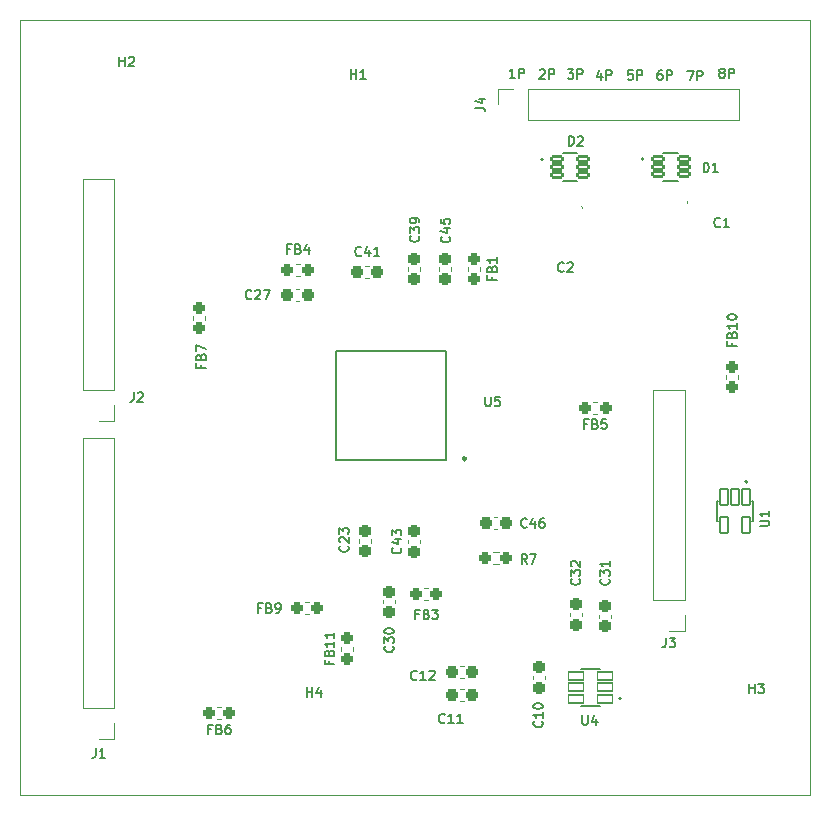
<source format=gbr>
%TF.GenerationSoftware,KiCad,Pcbnew,7.0.10*%
%TF.CreationDate,2024-03-16T23:25:41+05:30*%
%TF.ProjectId,breakout,62726561-6b6f-4757-942e-6b696361645f,rev?*%
%TF.SameCoordinates,Original*%
%TF.FileFunction,Legend,Top*%
%TF.FilePolarity,Positive*%
%FSLAX46Y46*%
G04 Gerber Fmt 4.6, Leading zero omitted, Abs format (unit mm)*
G04 Created by KiCad (PCBNEW 7.0.10) date 2024-03-16 23:25:41*
%MOMM*%
%LPD*%
G01*
G04 APERTURE LIST*
G04 Aperture macros list*
%AMRoundRect*
0 Rectangle with rounded corners*
0 $1 Rounding radius*
0 $2 $3 $4 $5 $6 $7 $8 $9 X,Y pos of 4 corners*
0 Add a 4 corners polygon primitive as box body*
4,1,4,$2,$3,$4,$5,$6,$7,$8,$9,$2,$3,0*
0 Add four circle primitives for the rounded corners*
1,1,$1+$1,$2,$3*
1,1,$1+$1,$4,$5*
1,1,$1+$1,$6,$7*
1,1,$1+$1,$8,$9*
0 Add four rect primitives between the rounded corners*
20,1,$1+$1,$2,$3,$4,$5,0*
20,1,$1+$1,$4,$5,$6,$7,0*
20,1,$1+$1,$6,$7,$8,$9,0*
20,1,$1+$1,$8,$9,$2,$3,0*%
G04 Aperture macros list end*
%ADD10C,0.200000*%
%ADD11C,0.120000*%
%ADD12C,0.127000*%
%ADD13C,0.100000*%
%ADD14C,0.250000*%
%ADD15C,3.200000*%
%ADD16RoundRect,0.237500X0.237500X-0.287500X0.237500X0.287500X-0.237500X0.287500X-0.237500X-0.287500X0*%
%ADD17RoundRect,0.237500X0.287500X0.237500X-0.287500X0.237500X-0.287500X-0.237500X0.287500X-0.237500X0*%
%ADD18RoundRect,0.237500X0.300000X0.237500X-0.300000X0.237500X-0.300000X-0.237500X0.300000X-0.237500X0*%
%ADD19RoundRect,0.102000X-0.450000X-0.200000X0.450000X-0.200000X0.450000X0.200000X-0.450000X0.200000X0*%
%ADD20R,0.460000X0.890000*%
%ADD21RoundRect,0.237500X0.250000X0.237500X-0.250000X0.237500X-0.250000X-0.237500X0.250000X-0.237500X0*%
%ADD22O,1.700000X1.700000*%
%ADD23R,1.700000X1.700000*%
%ADD24RoundRect,0.237500X0.237500X-0.300000X0.237500X0.300000X-0.237500X0.300000X-0.237500X-0.300000X0*%
%ADD25R,1.475000X0.300000*%
%ADD26R,0.300000X1.475000*%
%ADD27RoundRect,0.054880X0.652120X0.337120X-0.652120X0.337120X-0.652120X-0.337120X0.652120X-0.337120X0*%
%ADD28RoundRect,0.080400X0.321600X0.696600X-0.321600X0.696600X-0.321600X-0.696600X0.321600X-0.696600X0*%
%ADD29RoundRect,0.237500X-0.237500X0.287500X-0.237500X-0.287500X0.237500X-0.287500X0.237500X0.287500X0*%
%ADD30RoundRect,0.237500X-0.237500X0.300000X-0.237500X-0.300000X0.237500X-0.300000X0.237500X0.300000X0*%
%ADD31RoundRect,0.237500X-0.300000X-0.237500X0.300000X-0.237500X0.300000X0.237500X-0.300000X0.237500X0*%
%TA.AperFunction,Profile*%
%ADD32C,0.050000*%
%TD*%
G04 APERTURE END LIST*
D10*
X103986339Y-33784552D02*
X103910149Y-33746457D01*
X103910149Y-33746457D02*
X103872054Y-33708361D01*
X103872054Y-33708361D02*
X103833958Y-33632171D01*
X103833958Y-33632171D02*
X103833958Y-33594076D01*
X103833958Y-33594076D02*
X103872054Y-33517885D01*
X103872054Y-33517885D02*
X103910149Y-33479790D01*
X103910149Y-33479790D02*
X103986339Y-33441695D01*
X103986339Y-33441695D02*
X104138720Y-33441695D01*
X104138720Y-33441695D02*
X104214911Y-33479790D01*
X104214911Y-33479790D02*
X104253006Y-33517885D01*
X104253006Y-33517885D02*
X104291101Y-33594076D01*
X104291101Y-33594076D02*
X104291101Y-33632171D01*
X104291101Y-33632171D02*
X104253006Y-33708361D01*
X104253006Y-33708361D02*
X104214911Y-33746457D01*
X104214911Y-33746457D02*
X104138720Y-33784552D01*
X104138720Y-33784552D02*
X103986339Y-33784552D01*
X103986339Y-33784552D02*
X103910149Y-33822647D01*
X103910149Y-33822647D02*
X103872054Y-33860742D01*
X103872054Y-33860742D02*
X103833958Y-33936933D01*
X103833958Y-33936933D02*
X103833958Y-34089314D01*
X103833958Y-34089314D02*
X103872054Y-34165504D01*
X103872054Y-34165504D02*
X103910149Y-34203600D01*
X103910149Y-34203600D02*
X103986339Y-34241695D01*
X103986339Y-34241695D02*
X104138720Y-34241695D01*
X104138720Y-34241695D02*
X104214911Y-34203600D01*
X104214911Y-34203600D02*
X104253006Y-34165504D01*
X104253006Y-34165504D02*
X104291101Y-34089314D01*
X104291101Y-34089314D02*
X104291101Y-33936933D01*
X104291101Y-33936933D02*
X104253006Y-33860742D01*
X104253006Y-33860742D02*
X104214911Y-33822647D01*
X104214911Y-33822647D02*
X104138720Y-33784552D01*
X104633959Y-34241695D02*
X104633959Y-33441695D01*
X104633959Y-33441695D02*
X104938721Y-33441695D01*
X104938721Y-33441695D02*
X105014911Y-33479790D01*
X105014911Y-33479790D02*
X105053006Y-33517885D01*
X105053006Y-33517885D02*
X105091102Y-33594076D01*
X105091102Y-33594076D02*
X105091102Y-33708361D01*
X105091102Y-33708361D02*
X105053006Y-33784552D01*
X105053006Y-33784552D02*
X105014911Y-33822647D01*
X105014911Y-33822647D02*
X104938721Y-33860742D01*
X104938721Y-33860742D02*
X104633959Y-33860742D01*
X101145863Y-33641695D02*
X101679197Y-33641695D01*
X101679197Y-33641695D02*
X101336339Y-34441695D01*
X101983959Y-34441695D02*
X101983959Y-33641695D01*
X101983959Y-33641695D02*
X102288721Y-33641695D01*
X102288721Y-33641695D02*
X102364911Y-33679790D01*
X102364911Y-33679790D02*
X102403006Y-33717885D01*
X102403006Y-33717885D02*
X102441102Y-33794076D01*
X102441102Y-33794076D02*
X102441102Y-33908361D01*
X102441102Y-33908361D02*
X102403006Y-33984552D01*
X102403006Y-33984552D02*
X102364911Y-34022647D01*
X102364911Y-34022647D02*
X102288721Y-34060742D01*
X102288721Y-34060742D02*
X101983959Y-34060742D01*
X98964911Y-33591695D02*
X98812530Y-33591695D01*
X98812530Y-33591695D02*
X98736339Y-33629790D01*
X98736339Y-33629790D02*
X98698244Y-33667885D01*
X98698244Y-33667885D02*
X98622054Y-33782171D01*
X98622054Y-33782171D02*
X98583958Y-33934552D01*
X98583958Y-33934552D02*
X98583958Y-34239314D01*
X98583958Y-34239314D02*
X98622054Y-34315504D01*
X98622054Y-34315504D02*
X98660149Y-34353600D01*
X98660149Y-34353600D02*
X98736339Y-34391695D01*
X98736339Y-34391695D02*
X98888720Y-34391695D01*
X98888720Y-34391695D02*
X98964911Y-34353600D01*
X98964911Y-34353600D02*
X99003006Y-34315504D01*
X99003006Y-34315504D02*
X99041101Y-34239314D01*
X99041101Y-34239314D02*
X99041101Y-34048838D01*
X99041101Y-34048838D02*
X99003006Y-33972647D01*
X99003006Y-33972647D02*
X98964911Y-33934552D01*
X98964911Y-33934552D02*
X98888720Y-33896457D01*
X98888720Y-33896457D02*
X98736339Y-33896457D01*
X98736339Y-33896457D02*
X98660149Y-33934552D01*
X98660149Y-33934552D02*
X98622054Y-33972647D01*
X98622054Y-33972647D02*
X98583958Y-34048838D01*
X99383959Y-34391695D02*
X99383959Y-33591695D01*
X99383959Y-33591695D02*
X99688721Y-33591695D01*
X99688721Y-33591695D02*
X99764911Y-33629790D01*
X99764911Y-33629790D02*
X99803006Y-33667885D01*
X99803006Y-33667885D02*
X99841102Y-33744076D01*
X99841102Y-33744076D02*
X99841102Y-33858361D01*
X99841102Y-33858361D02*
X99803006Y-33934552D01*
X99803006Y-33934552D02*
X99764911Y-33972647D01*
X99764911Y-33972647D02*
X99688721Y-34010742D01*
X99688721Y-34010742D02*
X99383959Y-34010742D01*
X96503006Y-33591695D02*
X96122054Y-33591695D01*
X96122054Y-33591695D02*
X96083958Y-33972647D01*
X96083958Y-33972647D02*
X96122054Y-33934552D01*
X96122054Y-33934552D02*
X96198244Y-33896457D01*
X96198244Y-33896457D02*
X96388720Y-33896457D01*
X96388720Y-33896457D02*
X96464911Y-33934552D01*
X96464911Y-33934552D02*
X96503006Y-33972647D01*
X96503006Y-33972647D02*
X96541101Y-34048838D01*
X96541101Y-34048838D02*
X96541101Y-34239314D01*
X96541101Y-34239314D02*
X96503006Y-34315504D01*
X96503006Y-34315504D02*
X96464911Y-34353600D01*
X96464911Y-34353600D02*
X96388720Y-34391695D01*
X96388720Y-34391695D02*
X96198244Y-34391695D01*
X96198244Y-34391695D02*
X96122054Y-34353600D01*
X96122054Y-34353600D02*
X96083958Y-34315504D01*
X96883959Y-34391695D02*
X96883959Y-33591695D01*
X96883959Y-33591695D02*
X97188721Y-33591695D01*
X97188721Y-33591695D02*
X97264911Y-33629790D01*
X97264911Y-33629790D02*
X97303006Y-33667885D01*
X97303006Y-33667885D02*
X97341102Y-33744076D01*
X97341102Y-33744076D02*
X97341102Y-33858361D01*
X97341102Y-33858361D02*
X97303006Y-33934552D01*
X97303006Y-33934552D02*
X97264911Y-33972647D01*
X97264911Y-33972647D02*
X97188721Y-34010742D01*
X97188721Y-34010742D02*
X96883959Y-34010742D01*
X93864911Y-33858361D02*
X93864911Y-34391695D01*
X93674435Y-33553600D02*
X93483958Y-34125028D01*
X93483958Y-34125028D02*
X93979197Y-34125028D01*
X94283959Y-34391695D02*
X94283959Y-33591695D01*
X94283959Y-33591695D02*
X94588721Y-33591695D01*
X94588721Y-33591695D02*
X94664911Y-33629790D01*
X94664911Y-33629790D02*
X94703006Y-33667885D01*
X94703006Y-33667885D02*
X94741102Y-33744076D01*
X94741102Y-33744076D02*
X94741102Y-33858361D01*
X94741102Y-33858361D02*
X94703006Y-33934552D01*
X94703006Y-33934552D02*
X94664911Y-33972647D01*
X94664911Y-33972647D02*
X94588721Y-34010742D01*
X94588721Y-34010742D02*
X94283959Y-34010742D01*
X88633958Y-33567885D02*
X88672054Y-33529790D01*
X88672054Y-33529790D02*
X88748244Y-33491695D01*
X88748244Y-33491695D02*
X88938720Y-33491695D01*
X88938720Y-33491695D02*
X89014911Y-33529790D01*
X89014911Y-33529790D02*
X89053006Y-33567885D01*
X89053006Y-33567885D02*
X89091101Y-33644076D01*
X89091101Y-33644076D02*
X89091101Y-33720266D01*
X89091101Y-33720266D02*
X89053006Y-33834552D01*
X89053006Y-33834552D02*
X88595863Y-34291695D01*
X88595863Y-34291695D02*
X89091101Y-34291695D01*
X89433959Y-34291695D02*
X89433959Y-33491695D01*
X89433959Y-33491695D02*
X89738721Y-33491695D01*
X89738721Y-33491695D02*
X89814911Y-33529790D01*
X89814911Y-33529790D02*
X89853006Y-33567885D01*
X89853006Y-33567885D02*
X89891102Y-33644076D01*
X89891102Y-33644076D02*
X89891102Y-33758361D01*
X89891102Y-33758361D02*
X89853006Y-33834552D01*
X89853006Y-33834552D02*
X89814911Y-33872647D01*
X89814911Y-33872647D02*
X89738721Y-33910742D01*
X89738721Y-33910742D02*
X89433959Y-33910742D01*
X86541101Y-34241695D02*
X86083958Y-34241695D01*
X86312530Y-34241695D02*
X86312530Y-33441695D01*
X86312530Y-33441695D02*
X86236339Y-33555980D01*
X86236339Y-33555980D02*
X86160149Y-33632171D01*
X86160149Y-33632171D02*
X86083958Y-33670266D01*
X86883959Y-34241695D02*
X86883959Y-33441695D01*
X86883959Y-33441695D02*
X87188721Y-33441695D01*
X87188721Y-33441695D02*
X87264911Y-33479790D01*
X87264911Y-33479790D02*
X87303006Y-33517885D01*
X87303006Y-33517885D02*
X87341102Y-33594076D01*
X87341102Y-33594076D02*
X87341102Y-33708361D01*
X87341102Y-33708361D02*
X87303006Y-33784552D01*
X87303006Y-33784552D02*
X87264911Y-33822647D01*
X87264911Y-33822647D02*
X87188721Y-33860742D01*
X87188721Y-33860742D02*
X86883959Y-33860742D01*
X90995863Y-33491695D02*
X91491101Y-33491695D01*
X91491101Y-33491695D02*
X91224435Y-33796457D01*
X91224435Y-33796457D02*
X91338720Y-33796457D01*
X91338720Y-33796457D02*
X91414911Y-33834552D01*
X91414911Y-33834552D02*
X91453006Y-33872647D01*
X91453006Y-33872647D02*
X91491101Y-33948838D01*
X91491101Y-33948838D02*
X91491101Y-34139314D01*
X91491101Y-34139314D02*
X91453006Y-34215504D01*
X91453006Y-34215504D02*
X91414911Y-34253600D01*
X91414911Y-34253600D02*
X91338720Y-34291695D01*
X91338720Y-34291695D02*
X91110149Y-34291695D01*
X91110149Y-34291695D02*
X91033958Y-34253600D01*
X91033958Y-34253600D02*
X90995863Y-34215504D01*
X91833959Y-34291695D02*
X91833959Y-33491695D01*
X91833959Y-33491695D02*
X92138721Y-33491695D01*
X92138721Y-33491695D02*
X92214911Y-33529790D01*
X92214911Y-33529790D02*
X92253006Y-33567885D01*
X92253006Y-33567885D02*
X92291102Y-33644076D01*
X92291102Y-33644076D02*
X92291102Y-33758361D01*
X92291102Y-33758361D02*
X92253006Y-33834552D01*
X92253006Y-33834552D02*
X92214911Y-33872647D01*
X92214911Y-33872647D02*
X92138721Y-33910742D01*
X92138721Y-33910742D02*
X91833959Y-33910742D01*
X68940476Y-86609695D02*
X68940476Y-85809695D01*
X68940476Y-86190647D02*
X69397619Y-86190647D01*
X69397619Y-86609695D02*
X69397619Y-85809695D01*
X70121428Y-86076361D02*
X70121428Y-86609695D01*
X69930952Y-85771600D02*
X69740475Y-86343028D01*
X69740475Y-86343028D02*
X70235714Y-86343028D01*
X106390476Y-86309695D02*
X106390476Y-85509695D01*
X106390476Y-85890647D02*
X106847619Y-85890647D01*
X106847619Y-86309695D02*
X106847619Y-85509695D01*
X107152380Y-85509695D02*
X107647618Y-85509695D01*
X107647618Y-85509695D02*
X107380952Y-85814457D01*
X107380952Y-85814457D02*
X107495237Y-85814457D01*
X107495237Y-85814457D02*
X107571428Y-85852552D01*
X107571428Y-85852552D02*
X107609523Y-85890647D01*
X107609523Y-85890647D02*
X107647618Y-85966838D01*
X107647618Y-85966838D02*
X107647618Y-86157314D01*
X107647618Y-86157314D02*
X107609523Y-86233504D01*
X107609523Y-86233504D02*
X107571428Y-86271600D01*
X107571428Y-86271600D02*
X107495237Y-86309695D01*
X107495237Y-86309695D02*
X107266666Y-86309695D01*
X107266666Y-86309695D02*
X107190475Y-86271600D01*
X107190475Y-86271600D02*
X107152380Y-86233504D01*
X53040476Y-33259695D02*
X53040476Y-32459695D01*
X53040476Y-32840647D02*
X53497619Y-32840647D01*
X53497619Y-33259695D02*
X53497619Y-32459695D01*
X53840475Y-32535885D02*
X53878571Y-32497790D01*
X53878571Y-32497790D02*
X53954761Y-32459695D01*
X53954761Y-32459695D02*
X54145237Y-32459695D01*
X54145237Y-32459695D02*
X54221428Y-32497790D01*
X54221428Y-32497790D02*
X54259523Y-32535885D01*
X54259523Y-32535885D02*
X54297618Y-32612076D01*
X54297618Y-32612076D02*
X54297618Y-32688266D01*
X54297618Y-32688266D02*
X54259523Y-32802552D01*
X54259523Y-32802552D02*
X53802380Y-33259695D01*
X53802380Y-33259695D02*
X54297618Y-33259695D01*
X72640476Y-34309695D02*
X72640476Y-33509695D01*
X72640476Y-33890647D02*
X73097619Y-33890647D01*
X73097619Y-34309695D02*
X73097619Y-33509695D01*
X73897618Y-34309695D02*
X73440475Y-34309695D01*
X73669047Y-34309695D02*
X73669047Y-33509695D01*
X73669047Y-33509695D02*
X73592856Y-33623980D01*
X73592856Y-33623980D02*
X73516666Y-33700171D01*
X73516666Y-33700171D02*
X73440475Y-33738266D01*
X70810647Y-83597619D02*
X70810647Y-83864285D01*
X71229695Y-83864285D02*
X70429695Y-83864285D01*
X70429695Y-83864285D02*
X70429695Y-83483333D01*
X70810647Y-82911905D02*
X70848742Y-82797619D01*
X70848742Y-82797619D02*
X70886838Y-82759524D01*
X70886838Y-82759524D02*
X70963028Y-82721428D01*
X70963028Y-82721428D02*
X71077314Y-82721428D01*
X71077314Y-82721428D02*
X71153504Y-82759524D01*
X71153504Y-82759524D02*
X71191600Y-82797619D01*
X71191600Y-82797619D02*
X71229695Y-82873809D01*
X71229695Y-82873809D02*
X71229695Y-83178571D01*
X71229695Y-83178571D02*
X70429695Y-83178571D01*
X70429695Y-83178571D02*
X70429695Y-82911905D01*
X70429695Y-82911905D02*
X70467790Y-82835714D01*
X70467790Y-82835714D02*
X70505885Y-82797619D01*
X70505885Y-82797619D02*
X70582076Y-82759524D01*
X70582076Y-82759524D02*
X70658266Y-82759524D01*
X70658266Y-82759524D02*
X70734457Y-82797619D01*
X70734457Y-82797619D02*
X70772552Y-82835714D01*
X70772552Y-82835714D02*
X70810647Y-82911905D01*
X70810647Y-82911905D02*
X70810647Y-83178571D01*
X71229695Y-81959524D02*
X71229695Y-82416667D01*
X71229695Y-82188095D02*
X70429695Y-82188095D01*
X70429695Y-82188095D02*
X70543980Y-82264286D01*
X70543980Y-82264286D02*
X70620171Y-82340476D01*
X70620171Y-82340476D02*
X70658266Y-82416667D01*
X71229695Y-81197619D02*
X71229695Y-81654762D01*
X71229695Y-81426190D02*
X70429695Y-81426190D01*
X70429695Y-81426190D02*
X70543980Y-81502381D01*
X70543980Y-81502381D02*
X70620171Y-81578571D01*
X70620171Y-81578571D02*
X70658266Y-81654762D01*
X104890647Y-56647619D02*
X104890647Y-56914285D01*
X105309695Y-56914285D02*
X104509695Y-56914285D01*
X104509695Y-56914285D02*
X104509695Y-56533333D01*
X104890647Y-55961905D02*
X104928742Y-55847619D01*
X104928742Y-55847619D02*
X104966838Y-55809524D01*
X104966838Y-55809524D02*
X105043028Y-55771428D01*
X105043028Y-55771428D02*
X105157314Y-55771428D01*
X105157314Y-55771428D02*
X105233504Y-55809524D01*
X105233504Y-55809524D02*
X105271600Y-55847619D01*
X105271600Y-55847619D02*
X105309695Y-55923809D01*
X105309695Y-55923809D02*
X105309695Y-56228571D01*
X105309695Y-56228571D02*
X104509695Y-56228571D01*
X104509695Y-56228571D02*
X104509695Y-55961905D01*
X104509695Y-55961905D02*
X104547790Y-55885714D01*
X104547790Y-55885714D02*
X104585885Y-55847619D01*
X104585885Y-55847619D02*
X104662076Y-55809524D01*
X104662076Y-55809524D02*
X104738266Y-55809524D01*
X104738266Y-55809524D02*
X104814457Y-55847619D01*
X104814457Y-55847619D02*
X104852552Y-55885714D01*
X104852552Y-55885714D02*
X104890647Y-55961905D01*
X104890647Y-55961905D02*
X104890647Y-56228571D01*
X105309695Y-55009524D02*
X105309695Y-55466667D01*
X105309695Y-55238095D02*
X104509695Y-55238095D01*
X104509695Y-55238095D02*
X104623980Y-55314286D01*
X104623980Y-55314286D02*
X104700171Y-55390476D01*
X104700171Y-55390476D02*
X104738266Y-55466667D01*
X104509695Y-54514285D02*
X104509695Y-54438095D01*
X104509695Y-54438095D02*
X104547790Y-54361904D01*
X104547790Y-54361904D02*
X104585885Y-54323809D01*
X104585885Y-54323809D02*
X104662076Y-54285714D01*
X104662076Y-54285714D02*
X104814457Y-54247619D01*
X104814457Y-54247619D02*
X105004933Y-54247619D01*
X105004933Y-54247619D02*
X105157314Y-54285714D01*
X105157314Y-54285714D02*
X105233504Y-54323809D01*
X105233504Y-54323809D02*
X105271600Y-54361904D01*
X105271600Y-54361904D02*
X105309695Y-54438095D01*
X105309695Y-54438095D02*
X105309695Y-54514285D01*
X105309695Y-54514285D02*
X105271600Y-54590476D01*
X105271600Y-54590476D02*
X105233504Y-54628571D01*
X105233504Y-54628571D02*
X105157314Y-54666666D01*
X105157314Y-54666666D02*
X105004933Y-54704762D01*
X105004933Y-54704762D02*
X104814457Y-54704762D01*
X104814457Y-54704762D02*
X104662076Y-54666666D01*
X104662076Y-54666666D02*
X104585885Y-54628571D01*
X104585885Y-54628571D02*
X104547790Y-54590476D01*
X104547790Y-54590476D02*
X104509695Y-54514285D01*
X65083333Y-79090647D02*
X64816667Y-79090647D01*
X64816667Y-79509695D02*
X64816667Y-78709695D01*
X64816667Y-78709695D02*
X65197619Y-78709695D01*
X65769047Y-79090647D02*
X65883333Y-79128742D01*
X65883333Y-79128742D02*
X65921428Y-79166838D01*
X65921428Y-79166838D02*
X65959524Y-79243028D01*
X65959524Y-79243028D02*
X65959524Y-79357314D01*
X65959524Y-79357314D02*
X65921428Y-79433504D01*
X65921428Y-79433504D02*
X65883333Y-79471600D01*
X65883333Y-79471600D02*
X65807143Y-79509695D01*
X65807143Y-79509695D02*
X65502381Y-79509695D01*
X65502381Y-79509695D02*
X65502381Y-78709695D01*
X65502381Y-78709695D02*
X65769047Y-78709695D01*
X65769047Y-78709695D02*
X65845238Y-78747790D01*
X65845238Y-78747790D02*
X65883333Y-78785885D01*
X65883333Y-78785885D02*
X65921428Y-78862076D01*
X65921428Y-78862076D02*
X65921428Y-78938266D01*
X65921428Y-78938266D02*
X65883333Y-79014457D01*
X65883333Y-79014457D02*
X65845238Y-79052552D01*
X65845238Y-79052552D02*
X65769047Y-79090647D01*
X65769047Y-79090647D02*
X65502381Y-79090647D01*
X66340476Y-79509695D02*
X66492857Y-79509695D01*
X66492857Y-79509695D02*
X66569047Y-79471600D01*
X66569047Y-79471600D02*
X66607143Y-79433504D01*
X66607143Y-79433504D02*
X66683333Y-79319219D01*
X66683333Y-79319219D02*
X66721428Y-79166838D01*
X66721428Y-79166838D02*
X66721428Y-78862076D01*
X66721428Y-78862076D02*
X66683333Y-78785885D01*
X66683333Y-78785885D02*
X66645238Y-78747790D01*
X66645238Y-78747790D02*
X66569047Y-78709695D01*
X66569047Y-78709695D02*
X66416666Y-78709695D01*
X66416666Y-78709695D02*
X66340476Y-78747790D01*
X66340476Y-78747790D02*
X66302381Y-78785885D01*
X66302381Y-78785885D02*
X66264285Y-78862076D01*
X66264285Y-78862076D02*
X66264285Y-79052552D01*
X66264285Y-79052552D02*
X66302381Y-79128742D01*
X66302381Y-79128742D02*
X66340476Y-79166838D01*
X66340476Y-79166838D02*
X66416666Y-79204933D01*
X66416666Y-79204933D02*
X66569047Y-79204933D01*
X66569047Y-79204933D02*
X66645238Y-79166838D01*
X66645238Y-79166838D02*
X66683333Y-79128742D01*
X66683333Y-79128742D02*
X66721428Y-79052552D01*
X73535714Y-49233504D02*
X73497618Y-49271600D01*
X73497618Y-49271600D02*
X73383333Y-49309695D01*
X73383333Y-49309695D02*
X73307142Y-49309695D01*
X73307142Y-49309695D02*
X73192856Y-49271600D01*
X73192856Y-49271600D02*
X73116666Y-49195409D01*
X73116666Y-49195409D02*
X73078571Y-49119219D01*
X73078571Y-49119219D02*
X73040475Y-48966838D01*
X73040475Y-48966838D02*
X73040475Y-48852552D01*
X73040475Y-48852552D02*
X73078571Y-48700171D01*
X73078571Y-48700171D02*
X73116666Y-48623980D01*
X73116666Y-48623980D02*
X73192856Y-48547790D01*
X73192856Y-48547790D02*
X73307142Y-48509695D01*
X73307142Y-48509695D02*
X73383333Y-48509695D01*
X73383333Y-48509695D02*
X73497618Y-48547790D01*
X73497618Y-48547790D02*
X73535714Y-48585885D01*
X74221428Y-48776361D02*
X74221428Y-49309695D01*
X74030952Y-48471600D02*
X73840475Y-49043028D01*
X73840475Y-49043028D02*
X74335714Y-49043028D01*
X75059523Y-49309695D02*
X74602380Y-49309695D01*
X74830952Y-49309695D02*
X74830952Y-48509695D01*
X74830952Y-48509695D02*
X74754761Y-48623980D01*
X74754761Y-48623980D02*
X74678571Y-48700171D01*
X74678571Y-48700171D02*
X74602380Y-48738266D01*
X67533333Y-48690647D02*
X67266667Y-48690647D01*
X67266667Y-49109695D02*
X67266667Y-48309695D01*
X67266667Y-48309695D02*
X67647619Y-48309695D01*
X68219047Y-48690647D02*
X68333333Y-48728742D01*
X68333333Y-48728742D02*
X68371428Y-48766838D01*
X68371428Y-48766838D02*
X68409524Y-48843028D01*
X68409524Y-48843028D02*
X68409524Y-48957314D01*
X68409524Y-48957314D02*
X68371428Y-49033504D01*
X68371428Y-49033504D02*
X68333333Y-49071600D01*
X68333333Y-49071600D02*
X68257143Y-49109695D01*
X68257143Y-49109695D02*
X67952381Y-49109695D01*
X67952381Y-49109695D02*
X67952381Y-48309695D01*
X67952381Y-48309695D02*
X68219047Y-48309695D01*
X68219047Y-48309695D02*
X68295238Y-48347790D01*
X68295238Y-48347790D02*
X68333333Y-48385885D01*
X68333333Y-48385885D02*
X68371428Y-48462076D01*
X68371428Y-48462076D02*
X68371428Y-48538266D01*
X68371428Y-48538266D02*
X68333333Y-48614457D01*
X68333333Y-48614457D02*
X68295238Y-48652552D01*
X68295238Y-48652552D02*
X68219047Y-48690647D01*
X68219047Y-48690647D02*
X67952381Y-48690647D01*
X69095238Y-48576361D02*
X69095238Y-49109695D01*
X68904762Y-48271600D02*
X68714285Y-48843028D01*
X68714285Y-48843028D02*
X69209524Y-48843028D01*
X91109524Y-39959695D02*
X91109524Y-39159695D01*
X91109524Y-39159695D02*
X91300000Y-39159695D01*
X91300000Y-39159695D02*
X91414286Y-39197790D01*
X91414286Y-39197790D02*
X91490476Y-39273980D01*
X91490476Y-39273980D02*
X91528571Y-39350171D01*
X91528571Y-39350171D02*
X91566667Y-39502552D01*
X91566667Y-39502552D02*
X91566667Y-39616838D01*
X91566667Y-39616838D02*
X91528571Y-39769219D01*
X91528571Y-39769219D02*
X91490476Y-39845409D01*
X91490476Y-39845409D02*
X91414286Y-39921600D01*
X91414286Y-39921600D02*
X91300000Y-39959695D01*
X91300000Y-39959695D02*
X91109524Y-39959695D01*
X91871428Y-39235885D02*
X91909524Y-39197790D01*
X91909524Y-39197790D02*
X91985714Y-39159695D01*
X91985714Y-39159695D02*
X92176190Y-39159695D01*
X92176190Y-39159695D02*
X92252381Y-39197790D01*
X92252381Y-39197790D02*
X92290476Y-39235885D01*
X92290476Y-39235885D02*
X92328571Y-39312076D01*
X92328571Y-39312076D02*
X92328571Y-39388266D01*
X92328571Y-39388266D02*
X92290476Y-39502552D01*
X92290476Y-39502552D02*
X91833333Y-39959695D01*
X91833333Y-39959695D02*
X92328571Y-39959695D01*
X90666667Y-50583504D02*
X90628571Y-50621600D01*
X90628571Y-50621600D02*
X90514286Y-50659695D01*
X90514286Y-50659695D02*
X90438095Y-50659695D01*
X90438095Y-50659695D02*
X90323809Y-50621600D01*
X90323809Y-50621600D02*
X90247619Y-50545409D01*
X90247619Y-50545409D02*
X90209524Y-50469219D01*
X90209524Y-50469219D02*
X90171428Y-50316838D01*
X90171428Y-50316838D02*
X90171428Y-50202552D01*
X90171428Y-50202552D02*
X90209524Y-50050171D01*
X90209524Y-50050171D02*
X90247619Y-49973980D01*
X90247619Y-49973980D02*
X90323809Y-49897790D01*
X90323809Y-49897790D02*
X90438095Y-49859695D01*
X90438095Y-49859695D02*
X90514286Y-49859695D01*
X90514286Y-49859695D02*
X90628571Y-49897790D01*
X90628571Y-49897790D02*
X90666667Y-49935885D01*
X90971428Y-49935885D02*
X91009524Y-49897790D01*
X91009524Y-49897790D02*
X91085714Y-49859695D01*
X91085714Y-49859695D02*
X91276190Y-49859695D01*
X91276190Y-49859695D02*
X91352381Y-49897790D01*
X91352381Y-49897790D02*
X91390476Y-49935885D01*
X91390476Y-49935885D02*
X91428571Y-50012076D01*
X91428571Y-50012076D02*
X91428571Y-50088266D01*
X91428571Y-50088266D02*
X91390476Y-50202552D01*
X91390476Y-50202552D02*
X90933333Y-50659695D01*
X90933333Y-50659695D02*
X91428571Y-50659695D01*
X103916667Y-46783504D02*
X103878571Y-46821600D01*
X103878571Y-46821600D02*
X103764286Y-46859695D01*
X103764286Y-46859695D02*
X103688095Y-46859695D01*
X103688095Y-46859695D02*
X103573809Y-46821600D01*
X103573809Y-46821600D02*
X103497619Y-46745409D01*
X103497619Y-46745409D02*
X103459524Y-46669219D01*
X103459524Y-46669219D02*
X103421428Y-46516838D01*
X103421428Y-46516838D02*
X103421428Y-46402552D01*
X103421428Y-46402552D02*
X103459524Y-46250171D01*
X103459524Y-46250171D02*
X103497619Y-46173980D01*
X103497619Y-46173980D02*
X103573809Y-46097790D01*
X103573809Y-46097790D02*
X103688095Y-46059695D01*
X103688095Y-46059695D02*
X103764286Y-46059695D01*
X103764286Y-46059695D02*
X103878571Y-46097790D01*
X103878571Y-46097790D02*
X103916667Y-46135885D01*
X104678571Y-46859695D02*
X104221428Y-46859695D01*
X104450000Y-46859695D02*
X104450000Y-46059695D01*
X104450000Y-46059695D02*
X104373809Y-46173980D01*
X104373809Y-46173980D02*
X104297619Y-46250171D01*
X104297619Y-46250171D02*
X104221428Y-46288266D01*
X78383333Y-79640647D02*
X78116667Y-79640647D01*
X78116667Y-80059695D02*
X78116667Y-79259695D01*
X78116667Y-79259695D02*
X78497619Y-79259695D01*
X79069047Y-79640647D02*
X79183333Y-79678742D01*
X79183333Y-79678742D02*
X79221428Y-79716838D01*
X79221428Y-79716838D02*
X79259524Y-79793028D01*
X79259524Y-79793028D02*
X79259524Y-79907314D01*
X79259524Y-79907314D02*
X79221428Y-79983504D01*
X79221428Y-79983504D02*
X79183333Y-80021600D01*
X79183333Y-80021600D02*
X79107143Y-80059695D01*
X79107143Y-80059695D02*
X78802381Y-80059695D01*
X78802381Y-80059695D02*
X78802381Y-79259695D01*
X78802381Y-79259695D02*
X79069047Y-79259695D01*
X79069047Y-79259695D02*
X79145238Y-79297790D01*
X79145238Y-79297790D02*
X79183333Y-79335885D01*
X79183333Y-79335885D02*
X79221428Y-79412076D01*
X79221428Y-79412076D02*
X79221428Y-79488266D01*
X79221428Y-79488266D02*
X79183333Y-79564457D01*
X79183333Y-79564457D02*
X79145238Y-79602552D01*
X79145238Y-79602552D02*
X79069047Y-79640647D01*
X79069047Y-79640647D02*
X78802381Y-79640647D01*
X79526190Y-79259695D02*
X80021428Y-79259695D01*
X80021428Y-79259695D02*
X79754762Y-79564457D01*
X79754762Y-79564457D02*
X79869047Y-79564457D01*
X79869047Y-79564457D02*
X79945238Y-79602552D01*
X79945238Y-79602552D02*
X79983333Y-79640647D01*
X79983333Y-79640647D02*
X80021428Y-79716838D01*
X80021428Y-79716838D02*
X80021428Y-79907314D01*
X80021428Y-79907314D02*
X79983333Y-79983504D01*
X79983333Y-79983504D02*
X79945238Y-80021600D01*
X79945238Y-80021600D02*
X79869047Y-80059695D01*
X79869047Y-80059695D02*
X79640476Y-80059695D01*
X79640476Y-80059695D02*
X79564285Y-80021600D01*
X79564285Y-80021600D02*
X79526190Y-79983504D01*
X87566667Y-75359695D02*
X87300000Y-74978742D01*
X87109524Y-75359695D02*
X87109524Y-74559695D01*
X87109524Y-74559695D02*
X87414286Y-74559695D01*
X87414286Y-74559695D02*
X87490476Y-74597790D01*
X87490476Y-74597790D02*
X87528571Y-74635885D01*
X87528571Y-74635885D02*
X87566667Y-74712076D01*
X87566667Y-74712076D02*
X87566667Y-74826361D01*
X87566667Y-74826361D02*
X87528571Y-74902552D01*
X87528571Y-74902552D02*
X87490476Y-74940647D01*
X87490476Y-74940647D02*
X87414286Y-74978742D01*
X87414286Y-74978742D02*
X87109524Y-74978742D01*
X87833333Y-74559695D02*
X88366667Y-74559695D01*
X88366667Y-74559695D02*
X88023809Y-75359695D01*
X54267133Y-60849895D02*
X54267133Y-61421323D01*
X54267133Y-61421323D02*
X54229038Y-61535609D01*
X54229038Y-61535609D02*
X54152847Y-61611800D01*
X54152847Y-61611800D02*
X54038562Y-61649895D01*
X54038562Y-61649895D02*
X53962371Y-61649895D01*
X54609990Y-60926085D02*
X54648086Y-60887990D01*
X54648086Y-60887990D02*
X54724276Y-60849895D01*
X54724276Y-60849895D02*
X54914752Y-60849895D01*
X54914752Y-60849895D02*
X54990943Y-60887990D01*
X54990943Y-60887990D02*
X55029038Y-60926085D01*
X55029038Y-60926085D02*
X55067133Y-61002276D01*
X55067133Y-61002276D02*
X55067133Y-61078466D01*
X55067133Y-61078466D02*
X55029038Y-61192752D01*
X55029038Y-61192752D02*
X54571895Y-61649895D01*
X54571895Y-61649895D02*
X55067133Y-61649895D01*
X78383504Y-47614285D02*
X78421600Y-47652381D01*
X78421600Y-47652381D02*
X78459695Y-47766666D01*
X78459695Y-47766666D02*
X78459695Y-47842857D01*
X78459695Y-47842857D02*
X78421600Y-47957143D01*
X78421600Y-47957143D02*
X78345409Y-48033333D01*
X78345409Y-48033333D02*
X78269219Y-48071428D01*
X78269219Y-48071428D02*
X78116838Y-48109524D01*
X78116838Y-48109524D02*
X78002552Y-48109524D01*
X78002552Y-48109524D02*
X77850171Y-48071428D01*
X77850171Y-48071428D02*
X77773980Y-48033333D01*
X77773980Y-48033333D02*
X77697790Y-47957143D01*
X77697790Y-47957143D02*
X77659695Y-47842857D01*
X77659695Y-47842857D02*
X77659695Y-47766666D01*
X77659695Y-47766666D02*
X77697790Y-47652381D01*
X77697790Y-47652381D02*
X77735885Y-47614285D01*
X77659695Y-47347619D02*
X77659695Y-46852381D01*
X77659695Y-46852381D02*
X77964457Y-47119047D01*
X77964457Y-47119047D02*
X77964457Y-47004762D01*
X77964457Y-47004762D02*
X78002552Y-46928571D01*
X78002552Y-46928571D02*
X78040647Y-46890476D01*
X78040647Y-46890476D02*
X78116838Y-46852381D01*
X78116838Y-46852381D02*
X78307314Y-46852381D01*
X78307314Y-46852381D02*
X78383504Y-46890476D01*
X78383504Y-46890476D02*
X78421600Y-46928571D01*
X78421600Y-46928571D02*
X78459695Y-47004762D01*
X78459695Y-47004762D02*
X78459695Y-47233333D01*
X78459695Y-47233333D02*
X78421600Y-47309524D01*
X78421600Y-47309524D02*
X78383504Y-47347619D01*
X78459695Y-46471428D02*
X78459695Y-46319047D01*
X78459695Y-46319047D02*
X78421600Y-46242857D01*
X78421600Y-46242857D02*
X78383504Y-46204761D01*
X78383504Y-46204761D02*
X78269219Y-46128571D01*
X78269219Y-46128571D02*
X78116838Y-46090476D01*
X78116838Y-46090476D02*
X77812076Y-46090476D01*
X77812076Y-46090476D02*
X77735885Y-46128571D01*
X77735885Y-46128571D02*
X77697790Y-46166666D01*
X77697790Y-46166666D02*
X77659695Y-46242857D01*
X77659695Y-46242857D02*
X77659695Y-46395238D01*
X77659695Y-46395238D02*
X77697790Y-46471428D01*
X77697790Y-46471428D02*
X77735885Y-46509523D01*
X77735885Y-46509523D02*
X77812076Y-46547619D01*
X77812076Y-46547619D02*
X78002552Y-46547619D01*
X78002552Y-46547619D02*
X78078742Y-46509523D01*
X78078742Y-46509523D02*
X78116838Y-46471428D01*
X78116838Y-46471428D02*
X78154933Y-46395238D01*
X78154933Y-46395238D02*
X78154933Y-46242857D01*
X78154933Y-46242857D02*
X78116838Y-46166666D01*
X78116838Y-46166666D02*
X78078742Y-46128571D01*
X78078742Y-46128571D02*
X78002552Y-46090476D01*
X84040476Y-61209695D02*
X84040476Y-61857314D01*
X84040476Y-61857314D02*
X84078571Y-61933504D01*
X84078571Y-61933504D02*
X84116666Y-61971600D01*
X84116666Y-61971600D02*
X84192857Y-62009695D01*
X84192857Y-62009695D02*
X84345238Y-62009695D01*
X84345238Y-62009695D02*
X84421428Y-61971600D01*
X84421428Y-61971600D02*
X84459523Y-61933504D01*
X84459523Y-61933504D02*
X84497619Y-61857314D01*
X84497619Y-61857314D02*
X84497619Y-61209695D01*
X85259523Y-61209695D02*
X84878571Y-61209695D01*
X84878571Y-61209695D02*
X84840475Y-61590647D01*
X84840475Y-61590647D02*
X84878571Y-61552552D01*
X84878571Y-61552552D02*
X84954761Y-61514457D01*
X84954761Y-61514457D02*
X85145237Y-61514457D01*
X85145237Y-61514457D02*
X85221428Y-61552552D01*
X85221428Y-61552552D02*
X85259523Y-61590647D01*
X85259523Y-61590647D02*
X85297618Y-61666838D01*
X85297618Y-61666838D02*
X85297618Y-61857314D01*
X85297618Y-61857314D02*
X85259523Y-61933504D01*
X85259523Y-61933504D02*
X85221428Y-61971600D01*
X85221428Y-61971600D02*
X85145237Y-62009695D01*
X85145237Y-62009695D02*
X84954761Y-62009695D01*
X84954761Y-62009695D02*
X84878571Y-61971600D01*
X84878571Y-61971600D02*
X84840475Y-61933504D01*
X51041333Y-91009695D02*
X51041333Y-91581123D01*
X51041333Y-91581123D02*
X51003238Y-91695409D01*
X51003238Y-91695409D02*
X50927047Y-91771600D01*
X50927047Y-91771600D02*
X50812762Y-91809695D01*
X50812762Y-91809695D02*
X50736571Y-91809695D01*
X51841333Y-91809695D02*
X51384190Y-91809695D01*
X51612762Y-91809695D02*
X51612762Y-91009695D01*
X51612762Y-91009695D02*
X51536571Y-91123980D01*
X51536571Y-91123980D02*
X51460381Y-91200171D01*
X51460381Y-91200171D02*
X51384190Y-91238266D01*
X92683333Y-63520647D02*
X92416667Y-63520647D01*
X92416667Y-63939695D02*
X92416667Y-63139695D01*
X92416667Y-63139695D02*
X92797619Y-63139695D01*
X93369047Y-63520647D02*
X93483333Y-63558742D01*
X93483333Y-63558742D02*
X93521428Y-63596838D01*
X93521428Y-63596838D02*
X93559524Y-63673028D01*
X93559524Y-63673028D02*
X93559524Y-63787314D01*
X93559524Y-63787314D02*
X93521428Y-63863504D01*
X93521428Y-63863504D02*
X93483333Y-63901600D01*
X93483333Y-63901600D02*
X93407143Y-63939695D01*
X93407143Y-63939695D02*
X93102381Y-63939695D01*
X93102381Y-63939695D02*
X93102381Y-63139695D01*
X93102381Y-63139695D02*
X93369047Y-63139695D01*
X93369047Y-63139695D02*
X93445238Y-63177790D01*
X93445238Y-63177790D02*
X93483333Y-63215885D01*
X93483333Y-63215885D02*
X93521428Y-63292076D01*
X93521428Y-63292076D02*
X93521428Y-63368266D01*
X93521428Y-63368266D02*
X93483333Y-63444457D01*
X93483333Y-63444457D02*
X93445238Y-63482552D01*
X93445238Y-63482552D02*
X93369047Y-63520647D01*
X93369047Y-63520647D02*
X93102381Y-63520647D01*
X94283333Y-63139695D02*
X93902381Y-63139695D01*
X93902381Y-63139695D02*
X93864285Y-63520647D01*
X93864285Y-63520647D02*
X93902381Y-63482552D01*
X93902381Y-63482552D02*
X93978571Y-63444457D01*
X93978571Y-63444457D02*
X94169047Y-63444457D01*
X94169047Y-63444457D02*
X94245238Y-63482552D01*
X94245238Y-63482552D02*
X94283333Y-63520647D01*
X94283333Y-63520647D02*
X94321428Y-63596838D01*
X94321428Y-63596838D02*
X94321428Y-63787314D01*
X94321428Y-63787314D02*
X94283333Y-63863504D01*
X94283333Y-63863504D02*
X94245238Y-63901600D01*
X94245238Y-63901600D02*
X94169047Y-63939695D01*
X94169047Y-63939695D02*
X93978571Y-63939695D01*
X93978571Y-63939695D02*
X93902381Y-63901600D01*
X93902381Y-63901600D02*
X93864285Y-63863504D01*
X92240476Y-88209695D02*
X92240476Y-88857314D01*
X92240476Y-88857314D02*
X92278571Y-88933504D01*
X92278571Y-88933504D02*
X92316666Y-88971600D01*
X92316666Y-88971600D02*
X92392857Y-89009695D01*
X92392857Y-89009695D02*
X92545238Y-89009695D01*
X92545238Y-89009695D02*
X92621428Y-88971600D01*
X92621428Y-88971600D02*
X92659523Y-88933504D01*
X92659523Y-88933504D02*
X92697619Y-88857314D01*
X92697619Y-88857314D02*
X92697619Y-88209695D01*
X93421428Y-88476361D02*
X93421428Y-89009695D01*
X93230952Y-88171600D02*
X93040475Y-88743028D01*
X93040475Y-88743028D02*
X93535714Y-88743028D01*
X94483504Y-76664285D02*
X94521600Y-76702381D01*
X94521600Y-76702381D02*
X94559695Y-76816666D01*
X94559695Y-76816666D02*
X94559695Y-76892857D01*
X94559695Y-76892857D02*
X94521600Y-77007143D01*
X94521600Y-77007143D02*
X94445409Y-77083333D01*
X94445409Y-77083333D02*
X94369219Y-77121428D01*
X94369219Y-77121428D02*
X94216838Y-77159524D01*
X94216838Y-77159524D02*
X94102552Y-77159524D01*
X94102552Y-77159524D02*
X93950171Y-77121428D01*
X93950171Y-77121428D02*
X93873980Y-77083333D01*
X93873980Y-77083333D02*
X93797790Y-77007143D01*
X93797790Y-77007143D02*
X93759695Y-76892857D01*
X93759695Y-76892857D02*
X93759695Y-76816666D01*
X93759695Y-76816666D02*
X93797790Y-76702381D01*
X93797790Y-76702381D02*
X93835885Y-76664285D01*
X93759695Y-76397619D02*
X93759695Y-75902381D01*
X93759695Y-75902381D02*
X94064457Y-76169047D01*
X94064457Y-76169047D02*
X94064457Y-76054762D01*
X94064457Y-76054762D02*
X94102552Y-75978571D01*
X94102552Y-75978571D02*
X94140647Y-75940476D01*
X94140647Y-75940476D02*
X94216838Y-75902381D01*
X94216838Y-75902381D02*
X94407314Y-75902381D01*
X94407314Y-75902381D02*
X94483504Y-75940476D01*
X94483504Y-75940476D02*
X94521600Y-75978571D01*
X94521600Y-75978571D02*
X94559695Y-76054762D01*
X94559695Y-76054762D02*
X94559695Y-76283333D01*
X94559695Y-76283333D02*
X94521600Y-76359524D01*
X94521600Y-76359524D02*
X94483504Y-76397619D01*
X94559695Y-75140476D02*
X94559695Y-75597619D01*
X94559695Y-75369047D02*
X93759695Y-75369047D01*
X93759695Y-75369047D02*
X93873980Y-75445238D01*
X93873980Y-75445238D02*
X93950171Y-75521428D01*
X93950171Y-75521428D02*
X93988266Y-75597619D01*
X88833504Y-88714285D02*
X88871600Y-88752381D01*
X88871600Y-88752381D02*
X88909695Y-88866666D01*
X88909695Y-88866666D02*
X88909695Y-88942857D01*
X88909695Y-88942857D02*
X88871600Y-89057143D01*
X88871600Y-89057143D02*
X88795409Y-89133333D01*
X88795409Y-89133333D02*
X88719219Y-89171428D01*
X88719219Y-89171428D02*
X88566838Y-89209524D01*
X88566838Y-89209524D02*
X88452552Y-89209524D01*
X88452552Y-89209524D02*
X88300171Y-89171428D01*
X88300171Y-89171428D02*
X88223980Y-89133333D01*
X88223980Y-89133333D02*
X88147790Y-89057143D01*
X88147790Y-89057143D02*
X88109695Y-88942857D01*
X88109695Y-88942857D02*
X88109695Y-88866666D01*
X88109695Y-88866666D02*
X88147790Y-88752381D01*
X88147790Y-88752381D02*
X88185885Y-88714285D01*
X88909695Y-87952381D02*
X88909695Y-88409524D01*
X88909695Y-88180952D02*
X88109695Y-88180952D01*
X88109695Y-88180952D02*
X88223980Y-88257143D01*
X88223980Y-88257143D02*
X88300171Y-88333333D01*
X88300171Y-88333333D02*
X88338266Y-88409524D01*
X88109695Y-87457142D02*
X88109695Y-87380952D01*
X88109695Y-87380952D02*
X88147790Y-87304761D01*
X88147790Y-87304761D02*
X88185885Y-87266666D01*
X88185885Y-87266666D02*
X88262076Y-87228571D01*
X88262076Y-87228571D02*
X88414457Y-87190476D01*
X88414457Y-87190476D02*
X88604933Y-87190476D01*
X88604933Y-87190476D02*
X88757314Y-87228571D01*
X88757314Y-87228571D02*
X88833504Y-87266666D01*
X88833504Y-87266666D02*
X88871600Y-87304761D01*
X88871600Y-87304761D02*
X88909695Y-87380952D01*
X88909695Y-87380952D02*
X88909695Y-87457142D01*
X88909695Y-87457142D02*
X88871600Y-87533333D01*
X88871600Y-87533333D02*
X88833504Y-87571428D01*
X88833504Y-87571428D02*
X88757314Y-87609523D01*
X88757314Y-87609523D02*
X88604933Y-87647619D01*
X88604933Y-87647619D02*
X88414457Y-87647619D01*
X88414457Y-87647619D02*
X88262076Y-87609523D01*
X88262076Y-87609523D02*
X88185885Y-87571428D01*
X88185885Y-87571428D02*
X88147790Y-87533333D01*
X88147790Y-87533333D02*
X88109695Y-87457142D01*
X72383504Y-73864285D02*
X72421600Y-73902381D01*
X72421600Y-73902381D02*
X72459695Y-74016666D01*
X72459695Y-74016666D02*
X72459695Y-74092857D01*
X72459695Y-74092857D02*
X72421600Y-74207143D01*
X72421600Y-74207143D02*
X72345409Y-74283333D01*
X72345409Y-74283333D02*
X72269219Y-74321428D01*
X72269219Y-74321428D02*
X72116838Y-74359524D01*
X72116838Y-74359524D02*
X72002552Y-74359524D01*
X72002552Y-74359524D02*
X71850171Y-74321428D01*
X71850171Y-74321428D02*
X71773980Y-74283333D01*
X71773980Y-74283333D02*
X71697790Y-74207143D01*
X71697790Y-74207143D02*
X71659695Y-74092857D01*
X71659695Y-74092857D02*
X71659695Y-74016666D01*
X71659695Y-74016666D02*
X71697790Y-73902381D01*
X71697790Y-73902381D02*
X71735885Y-73864285D01*
X71735885Y-73559524D02*
X71697790Y-73521428D01*
X71697790Y-73521428D02*
X71659695Y-73445238D01*
X71659695Y-73445238D02*
X71659695Y-73254762D01*
X71659695Y-73254762D02*
X71697790Y-73178571D01*
X71697790Y-73178571D02*
X71735885Y-73140476D01*
X71735885Y-73140476D02*
X71812076Y-73102381D01*
X71812076Y-73102381D02*
X71888266Y-73102381D01*
X71888266Y-73102381D02*
X72002552Y-73140476D01*
X72002552Y-73140476D02*
X72459695Y-73597619D01*
X72459695Y-73597619D02*
X72459695Y-73102381D01*
X71659695Y-72835714D02*
X71659695Y-72340476D01*
X71659695Y-72340476D02*
X71964457Y-72607142D01*
X71964457Y-72607142D02*
X71964457Y-72492857D01*
X71964457Y-72492857D02*
X72002552Y-72416666D01*
X72002552Y-72416666D02*
X72040647Y-72378571D01*
X72040647Y-72378571D02*
X72116838Y-72340476D01*
X72116838Y-72340476D02*
X72307314Y-72340476D01*
X72307314Y-72340476D02*
X72383504Y-72378571D01*
X72383504Y-72378571D02*
X72421600Y-72416666D01*
X72421600Y-72416666D02*
X72459695Y-72492857D01*
X72459695Y-72492857D02*
X72459695Y-72721428D01*
X72459695Y-72721428D02*
X72421600Y-72797619D01*
X72421600Y-72797619D02*
X72383504Y-72835714D01*
X60833333Y-89370647D02*
X60566667Y-89370647D01*
X60566667Y-89789695D02*
X60566667Y-88989695D01*
X60566667Y-88989695D02*
X60947619Y-88989695D01*
X61519047Y-89370647D02*
X61633333Y-89408742D01*
X61633333Y-89408742D02*
X61671428Y-89446838D01*
X61671428Y-89446838D02*
X61709524Y-89523028D01*
X61709524Y-89523028D02*
X61709524Y-89637314D01*
X61709524Y-89637314D02*
X61671428Y-89713504D01*
X61671428Y-89713504D02*
X61633333Y-89751600D01*
X61633333Y-89751600D02*
X61557143Y-89789695D01*
X61557143Y-89789695D02*
X61252381Y-89789695D01*
X61252381Y-89789695D02*
X61252381Y-88989695D01*
X61252381Y-88989695D02*
X61519047Y-88989695D01*
X61519047Y-88989695D02*
X61595238Y-89027790D01*
X61595238Y-89027790D02*
X61633333Y-89065885D01*
X61633333Y-89065885D02*
X61671428Y-89142076D01*
X61671428Y-89142076D02*
X61671428Y-89218266D01*
X61671428Y-89218266D02*
X61633333Y-89294457D01*
X61633333Y-89294457D02*
X61595238Y-89332552D01*
X61595238Y-89332552D02*
X61519047Y-89370647D01*
X61519047Y-89370647D02*
X61252381Y-89370647D01*
X62395238Y-88989695D02*
X62242857Y-88989695D01*
X62242857Y-88989695D02*
X62166666Y-89027790D01*
X62166666Y-89027790D02*
X62128571Y-89065885D01*
X62128571Y-89065885D02*
X62052381Y-89180171D01*
X62052381Y-89180171D02*
X62014285Y-89332552D01*
X62014285Y-89332552D02*
X62014285Y-89637314D01*
X62014285Y-89637314D02*
X62052381Y-89713504D01*
X62052381Y-89713504D02*
X62090476Y-89751600D01*
X62090476Y-89751600D02*
X62166666Y-89789695D01*
X62166666Y-89789695D02*
X62319047Y-89789695D01*
X62319047Y-89789695D02*
X62395238Y-89751600D01*
X62395238Y-89751600D02*
X62433333Y-89713504D01*
X62433333Y-89713504D02*
X62471428Y-89637314D01*
X62471428Y-89637314D02*
X62471428Y-89446838D01*
X62471428Y-89446838D02*
X62433333Y-89370647D01*
X62433333Y-89370647D02*
X62395238Y-89332552D01*
X62395238Y-89332552D02*
X62319047Y-89294457D01*
X62319047Y-89294457D02*
X62166666Y-89294457D01*
X62166666Y-89294457D02*
X62090476Y-89332552D01*
X62090476Y-89332552D02*
X62052381Y-89370647D01*
X62052381Y-89370647D02*
X62014285Y-89446838D01*
X76853504Y-74001785D02*
X76891600Y-74039881D01*
X76891600Y-74039881D02*
X76929695Y-74154166D01*
X76929695Y-74154166D02*
X76929695Y-74230357D01*
X76929695Y-74230357D02*
X76891600Y-74344643D01*
X76891600Y-74344643D02*
X76815409Y-74420833D01*
X76815409Y-74420833D02*
X76739219Y-74458928D01*
X76739219Y-74458928D02*
X76586838Y-74497024D01*
X76586838Y-74497024D02*
X76472552Y-74497024D01*
X76472552Y-74497024D02*
X76320171Y-74458928D01*
X76320171Y-74458928D02*
X76243980Y-74420833D01*
X76243980Y-74420833D02*
X76167790Y-74344643D01*
X76167790Y-74344643D02*
X76129695Y-74230357D01*
X76129695Y-74230357D02*
X76129695Y-74154166D01*
X76129695Y-74154166D02*
X76167790Y-74039881D01*
X76167790Y-74039881D02*
X76205885Y-74001785D01*
X76396361Y-73316071D02*
X76929695Y-73316071D01*
X76091600Y-73506547D02*
X76663028Y-73697024D01*
X76663028Y-73697024D02*
X76663028Y-73201785D01*
X76129695Y-72973214D02*
X76129695Y-72477976D01*
X76129695Y-72477976D02*
X76434457Y-72744642D01*
X76434457Y-72744642D02*
X76434457Y-72630357D01*
X76434457Y-72630357D02*
X76472552Y-72554166D01*
X76472552Y-72554166D02*
X76510647Y-72516071D01*
X76510647Y-72516071D02*
X76586838Y-72477976D01*
X76586838Y-72477976D02*
X76777314Y-72477976D01*
X76777314Y-72477976D02*
X76853504Y-72516071D01*
X76853504Y-72516071D02*
X76891600Y-72554166D01*
X76891600Y-72554166D02*
X76929695Y-72630357D01*
X76929695Y-72630357D02*
X76929695Y-72858928D01*
X76929695Y-72858928D02*
X76891600Y-72935119D01*
X76891600Y-72935119D02*
X76853504Y-72973214D01*
X107271385Y-72165343D02*
X107919004Y-72165343D01*
X107919004Y-72165343D02*
X107995194Y-72127248D01*
X107995194Y-72127248D02*
X108033290Y-72089153D01*
X108033290Y-72089153D02*
X108071385Y-72012962D01*
X108071385Y-72012962D02*
X108071385Y-71860581D01*
X108071385Y-71860581D02*
X108033290Y-71784391D01*
X108033290Y-71784391D02*
X107995194Y-71746296D01*
X107995194Y-71746296D02*
X107919004Y-71708200D01*
X107919004Y-71708200D02*
X107271385Y-71708200D01*
X108071385Y-70908201D02*
X108071385Y-71365344D01*
X108071385Y-71136772D02*
X107271385Y-71136772D01*
X107271385Y-71136772D02*
X107385670Y-71212963D01*
X107385670Y-71212963D02*
X107461861Y-71289153D01*
X107461861Y-71289153D02*
X107499956Y-71365344D01*
X80585714Y-88783504D02*
X80547618Y-88821600D01*
X80547618Y-88821600D02*
X80433333Y-88859695D01*
X80433333Y-88859695D02*
X80357142Y-88859695D01*
X80357142Y-88859695D02*
X80242856Y-88821600D01*
X80242856Y-88821600D02*
X80166666Y-88745409D01*
X80166666Y-88745409D02*
X80128571Y-88669219D01*
X80128571Y-88669219D02*
X80090475Y-88516838D01*
X80090475Y-88516838D02*
X80090475Y-88402552D01*
X80090475Y-88402552D02*
X80128571Y-88250171D01*
X80128571Y-88250171D02*
X80166666Y-88173980D01*
X80166666Y-88173980D02*
X80242856Y-88097790D01*
X80242856Y-88097790D02*
X80357142Y-88059695D01*
X80357142Y-88059695D02*
X80433333Y-88059695D01*
X80433333Y-88059695D02*
X80547618Y-88097790D01*
X80547618Y-88097790D02*
X80585714Y-88135885D01*
X81347618Y-88859695D02*
X80890475Y-88859695D01*
X81119047Y-88859695D02*
X81119047Y-88059695D01*
X81119047Y-88059695D02*
X81042856Y-88173980D01*
X81042856Y-88173980D02*
X80966666Y-88250171D01*
X80966666Y-88250171D02*
X80890475Y-88288266D01*
X82109523Y-88859695D02*
X81652380Y-88859695D01*
X81880952Y-88859695D02*
X81880952Y-88059695D01*
X81880952Y-88059695D02*
X81804761Y-88173980D01*
X81804761Y-88173980D02*
X81728571Y-88250171D01*
X81728571Y-88250171D02*
X81652380Y-88288266D01*
X59943847Y-58504666D02*
X59943847Y-58771332D01*
X60362895Y-58771332D02*
X59562895Y-58771332D01*
X59562895Y-58771332D02*
X59562895Y-58390380D01*
X59943847Y-57818952D02*
X59981942Y-57704666D01*
X59981942Y-57704666D02*
X60020038Y-57666571D01*
X60020038Y-57666571D02*
X60096228Y-57628475D01*
X60096228Y-57628475D02*
X60210514Y-57628475D01*
X60210514Y-57628475D02*
X60286704Y-57666571D01*
X60286704Y-57666571D02*
X60324800Y-57704666D01*
X60324800Y-57704666D02*
X60362895Y-57780856D01*
X60362895Y-57780856D02*
X60362895Y-58085618D01*
X60362895Y-58085618D02*
X59562895Y-58085618D01*
X59562895Y-58085618D02*
X59562895Y-57818952D01*
X59562895Y-57818952D02*
X59600990Y-57742761D01*
X59600990Y-57742761D02*
X59639085Y-57704666D01*
X59639085Y-57704666D02*
X59715276Y-57666571D01*
X59715276Y-57666571D02*
X59791466Y-57666571D01*
X59791466Y-57666571D02*
X59867657Y-57704666D01*
X59867657Y-57704666D02*
X59905752Y-57742761D01*
X59905752Y-57742761D02*
X59943847Y-57818952D01*
X59943847Y-57818952D02*
X59943847Y-58085618D01*
X59562895Y-57361809D02*
X59562895Y-56828475D01*
X59562895Y-56828475D02*
X60362895Y-57171333D01*
X76209704Y-82364285D02*
X76247800Y-82402381D01*
X76247800Y-82402381D02*
X76285895Y-82516666D01*
X76285895Y-82516666D02*
X76285895Y-82592857D01*
X76285895Y-82592857D02*
X76247800Y-82707143D01*
X76247800Y-82707143D02*
X76171609Y-82783333D01*
X76171609Y-82783333D02*
X76095419Y-82821428D01*
X76095419Y-82821428D02*
X75943038Y-82859524D01*
X75943038Y-82859524D02*
X75828752Y-82859524D01*
X75828752Y-82859524D02*
X75676371Y-82821428D01*
X75676371Y-82821428D02*
X75600180Y-82783333D01*
X75600180Y-82783333D02*
X75523990Y-82707143D01*
X75523990Y-82707143D02*
X75485895Y-82592857D01*
X75485895Y-82592857D02*
X75485895Y-82516666D01*
X75485895Y-82516666D02*
X75523990Y-82402381D01*
X75523990Y-82402381D02*
X75562085Y-82364285D01*
X75485895Y-82097619D02*
X75485895Y-81602381D01*
X75485895Y-81602381D02*
X75790657Y-81869047D01*
X75790657Y-81869047D02*
X75790657Y-81754762D01*
X75790657Y-81754762D02*
X75828752Y-81678571D01*
X75828752Y-81678571D02*
X75866847Y-81640476D01*
X75866847Y-81640476D02*
X75943038Y-81602381D01*
X75943038Y-81602381D02*
X76133514Y-81602381D01*
X76133514Y-81602381D02*
X76209704Y-81640476D01*
X76209704Y-81640476D02*
X76247800Y-81678571D01*
X76247800Y-81678571D02*
X76285895Y-81754762D01*
X76285895Y-81754762D02*
X76285895Y-81983333D01*
X76285895Y-81983333D02*
X76247800Y-82059524D01*
X76247800Y-82059524D02*
X76209704Y-82097619D01*
X75485895Y-81107142D02*
X75485895Y-81030952D01*
X75485895Y-81030952D02*
X75523990Y-80954761D01*
X75523990Y-80954761D02*
X75562085Y-80916666D01*
X75562085Y-80916666D02*
X75638276Y-80878571D01*
X75638276Y-80878571D02*
X75790657Y-80840476D01*
X75790657Y-80840476D02*
X75981133Y-80840476D01*
X75981133Y-80840476D02*
X76133514Y-80878571D01*
X76133514Y-80878571D02*
X76209704Y-80916666D01*
X76209704Y-80916666D02*
X76247800Y-80954761D01*
X76247800Y-80954761D02*
X76285895Y-81030952D01*
X76285895Y-81030952D02*
X76285895Y-81107142D01*
X76285895Y-81107142D02*
X76247800Y-81183333D01*
X76247800Y-81183333D02*
X76209704Y-81221428D01*
X76209704Y-81221428D02*
X76133514Y-81259523D01*
X76133514Y-81259523D02*
X75981133Y-81297619D01*
X75981133Y-81297619D02*
X75790657Y-81297619D01*
X75790657Y-81297619D02*
X75638276Y-81259523D01*
X75638276Y-81259523D02*
X75562085Y-81221428D01*
X75562085Y-81221428D02*
X75523990Y-81183333D01*
X75523990Y-81183333D02*
X75485895Y-81107142D01*
X84590647Y-51066666D02*
X84590647Y-51333332D01*
X85009695Y-51333332D02*
X84209695Y-51333332D01*
X84209695Y-51333332D02*
X84209695Y-50952380D01*
X84590647Y-50380952D02*
X84628742Y-50266666D01*
X84628742Y-50266666D02*
X84666838Y-50228571D01*
X84666838Y-50228571D02*
X84743028Y-50190475D01*
X84743028Y-50190475D02*
X84857314Y-50190475D01*
X84857314Y-50190475D02*
X84933504Y-50228571D01*
X84933504Y-50228571D02*
X84971600Y-50266666D01*
X84971600Y-50266666D02*
X85009695Y-50342856D01*
X85009695Y-50342856D02*
X85009695Y-50647618D01*
X85009695Y-50647618D02*
X84209695Y-50647618D01*
X84209695Y-50647618D02*
X84209695Y-50380952D01*
X84209695Y-50380952D02*
X84247790Y-50304761D01*
X84247790Y-50304761D02*
X84285885Y-50266666D01*
X84285885Y-50266666D02*
X84362076Y-50228571D01*
X84362076Y-50228571D02*
X84438266Y-50228571D01*
X84438266Y-50228571D02*
X84514457Y-50266666D01*
X84514457Y-50266666D02*
X84552552Y-50304761D01*
X84552552Y-50304761D02*
X84590647Y-50380952D01*
X84590647Y-50380952D02*
X84590647Y-50647618D01*
X85009695Y-49428571D02*
X85009695Y-49885714D01*
X85009695Y-49657142D02*
X84209695Y-49657142D01*
X84209695Y-49657142D02*
X84323980Y-49733333D01*
X84323980Y-49733333D02*
X84400171Y-49809523D01*
X84400171Y-49809523D02*
X84438266Y-49885714D01*
X78235714Y-85133504D02*
X78197618Y-85171600D01*
X78197618Y-85171600D02*
X78083333Y-85209695D01*
X78083333Y-85209695D02*
X78007142Y-85209695D01*
X78007142Y-85209695D02*
X77892856Y-85171600D01*
X77892856Y-85171600D02*
X77816666Y-85095409D01*
X77816666Y-85095409D02*
X77778571Y-85019219D01*
X77778571Y-85019219D02*
X77740475Y-84866838D01*
X77740475Y-84866838D02*
X77740475Y-84752552D01*
X77740475Y-84752552D02*
X77778571Y-84600171D01*
X77778571Y-84600171D02*
X77816666Y-84523980D01*
X77816666Y-84523980D02*
X77892856Y-84447790D01*
X77892856Y-84447790D02*
X78007142Y-84409695D01*
X78007142Y-84409695D02*
X78083333Y-84409695D01*
X78083333Y-84409695D02*
X78197618Y-84447790D01*
X78197618Y-84447790D02*
X78235714Y-84485885D01*
X78997618Y-85209695D02*
X78540475Y-85209695D01*
X78769047Y-85209695D02*
X78769047Y-84409695D01*
X78769047Y-84409695D02*
X78692856Y-84523980D01*
X78692856Y-84523980D02*
X78616666Y-84600171D01*
X78616666Y-84600171D02*
X78540475Y-84638266D01*
X79302380Y-84485885D02*
X79340476Y-84447790D01*
X79340476Y-84447790D02*
X79416666Y-84409695D01*
X79416666Y-84409695D02*
X79607142Y-84409695D01*
X79607142Y-84409695D02*
X79683333Y-84447790D01*
X79683333Y-84447790D02*
X79721428Y-84485885D01*
X79721428Y-84485885D02*
X79759523Y-84562076D01*
X79759523Y-84562076D02*
X79759523Y-84638266D01*
X79759523Y-84638266D02*
X79721428Y-84752552D01*
X79721428Y-84752552D02*
X79264285Y-85209695D01*
X79264285Y-85209695D02*
X79759523Y-85209695D01*
X99326733Y-81620295D02*
X99326733Y-82191723D01*
X99326733Y-82191723D02*
X99288638Y-82306009D01*
X99288638Y-82306009D02*
X99212447Y-82382200D01*
X99212447Y-82382200D02*
X99098162Y-82420295D01*
X99098162Y-82420295D02*
X99021971Y-82420295D01*
X99631495Y-81620295D02*
X100126733Y-81620295D01*
X100126733Y-81620295D02*
X99860067Y-81925057D01*
X99860067Y-81925057D02*
X99974352Y-81925057D01*
X99974352Y-81925057D02*
X100050543Y-81963152D01*
X100050543Y-81963152D02*
X100088638Y-82001247D01*
X100088638Y-82001247D02*
X100126733Y-82077438D01*
X100126733Y-82077438D02*
X100126733Y-82267914D01*
X100126733Y-82267914D02*
X100088638Y-82344104D01*
X100088638Y-82344104D02*
X100050543Y-82382200D01*
X100050543Y-82382200D02*
X99974352Y-82420295D01*
X99974352Y-82420295D02*
X99745781Y-82420295D01*
X99745781Y-82420295D02*
X99669590Y-82382200D01*
X99669590Y-82382200D02*
X99631495Y-82344104D01*
X64235714Y-52883504D02*
X64197618Y-52921600D01*
X64197618Y-52921600D02*
X64083333Y-52959695D01*
X64083333Y-52959695D02*
X64007142Y-52959695D01*
X64007142Y-52959695D02*
X63892856Y-52921600D01*
X63892856Y-52921600D02*
X63816666Y-52845409D01*
X63816666Y-52845409D02*
X63778571Y-52769219D01*
X63778571Y-52769219D02*
X63740475Y-52616838D01*
X63740475Y-52616838D02*
X63740475Y-52502552D01*
X63740475Y-52502552D02*
X63778571Y-52350171D01*
X63778571Y-52350171D02*
X63816666Y-52273980D01*
X63816666Y-52273980D02*
X63892856Y-52197790D01*
X63892856Y-52197790D02*
X64007142Y-52159695D01*
X64007142Y-52159695D02*
X64083333Y-52159695D01*
X64083333Y-52159695D02*
X64197618Y-52197790D01*
X64197618Y-52197790D02*
X64235714Y-52235885D01*
X64540475Y-52235885D02*
X64578571Y-52197790D01*
X64578571Y-52197790D02*
X64654761Y-52159695D01*
X64654761Y-52159695D02*
X64845237Y-52159695D01*
X64845237Y-52159695D02*
X64921428Y-52197790D01*
X64921428Y-52197790D02*
X64959523Y-52235885D01*
X64959523Y-52235885D02*
X64997618Y-52312076D01*
X64997618Y-52312076D02*
X64997618Y-52388266D01*
X64997618Y-52388266D02*
X64959523Y-52502552D01*
X64959523Y-52502552D02*
X64502380Y-52959695D01*
X64502380Y-52959695D02*
X64997618Y-52959695D01*
X65264285Y-52159695D02*
X65797619Y-52159695D01*
X65797619Y-52159695D02*
X65454761Y-52959695D01*
X80983504Y-47664285D02*
X81021600Y-47702381D01*
X81021600Y-47702381D02*
X81059695Y-47816666D01*
X81059695Y-47816666D02*
X81059695Y-47892857D01*
X81059695Y-47892857D02*
X81021600Y-48007143D01*
X81021600Y-48007143D02*
X80945409Y-48083333D01*
X80945409Y-48083333D02*
X80869219Y-48121428D01*
X80869219Y-48121428D02*
X80716838Y-48159524D01*
X80716838Y-48159524D02*
X80602552Y-48159524D01*
X80602552Y-48159524D02*
X80450171Y-48121428D01*
X80450171Y-48121428D02*
X80373980Y-48083333D01*
X80373980Y-48083333D02*
X80297790Y-48007143D01*
X80297790Y-48007143D02*
X80259695Y-47892857D01*
X80259695Y-47892857D02*
X80259695Y-47816666D01*
X80259695Y-47816666D02*
X80297790Y-47702381D01*
X80297790Y-47702381D02*
X80335885Y-47664285D01*
X80526361Y-46978571D02*
X81059695Y-46978571D01*
X80221600Y-47169047D02*
X80793028Y-47359524D01*
X80793028Y-47359524D02*
X80793028Y-46864285D01*
X80259695Y-46178571D02*
X80259695Y-46559523D01*
X80259695Y-46559523D02*
X80640647Y-46597619D01*
X80640647Y-46597619D02*
X80602552Y-46559523D01*
X80602552Y-46559523D02*
X80564457Y-46483333D01*
X80564457Y-46483333D02*
X80564457Y-46292857D01*
X80564457Y-46292857D02*
X80602552Y-46216666D01*
X80602552Y-46216666D02*
X80640647Y-46178571D01*
X80640647Y-46178571D02*
X80716838Y-46140476D01*
X80716838Y-46140476D02*
X80907314Y-46140476D01*
X80907314Y-46140476D02*
X80983504Y-46178571D01*
X80983504Y-46178571D02*
X81021600Y-46216666D01*
X81021600Y-46216666D02*
X81059695Y-46292857D01*
X81059695Y-46292857D02*
X81059695Y-46483333D01*
X81059695Y-46483333D02*
X81021600Y-46559523D01*
X81021600Y-46559523D02*
X80983504Y-46597619D01*
X91983504Y-76664285D02*
X92021600Y-76702381D01*
X92021600Y-76702381D02*
X92059695Y-76816666D01*
X92059695Y-76816666D02*
X92059695Y-76892857D01*
X92059695Y-76892857D02*
X92021600Y-77007143D01*
X92021600Y-77007143D02*
X91945409Y-77083333D01*
X91945409Y-77083333D02*
X91869219Y-77121428D01*
X91869219Y-77121428D02*
X91716838Y-77159524D01*
X91716838Y-77159524D02*
X91602552Y-77159524D01*
X91602552Y-77159524D02*
X91450171Y-77121428D01*
X91450171Y-77121428D02*
X91373980Y-77083333D01*
X91373980Y-77083333D02*
X91297790Y-77007143D01*
X91297790Y-77007143D02*
X91259695Y-76892857D01*
X91259695Y-76892857D02*
X91259695Y-76816666D01*
X91259695Y-76816666D02*
X91297790Y-76702381D01*
X91297790Y-76702381D02*
X91335885Y-76664285D01*
X91259695Y-76397619D02*
X91259695Y-75902381D01*
X91259695Y-75902381D02*
X91564457Y-76169047D01*
X91564457Y-76169047D02*
X91564457Y-76054762D01*
X91564457Y-76054762D02*
X91602552Y-75978571D01*
X91602552Y-75978571D02*
X91640647Y-75940476D01*
X91640647Y-75940476D02*
X91716838Y-75902381D01*
X91716838Y-75902381D02*
X91907314Y-75902381D01*
X91907314Y-75902381D02*
X91983504Y-75940476D01*
X91983504Y-75940476D02*
X92021600Y-75978571D01*
X92021600Y-75978571D02*
X92059695Y-76054762D01*
X92059695Y-76054762D02*
X92059695Y-76283333D01*
X92059695Y-76283333D02*
X92021600Y-76359524D01*
X92021600Y-76359524D02*
X91983504Y-76397619D01*
X91335885Y-75597619D02*
X91297790Y-75559523D01*
X91297790Y-75559523D02*
X91259695Y-75483333D01*
X91259695Y-75483333D02*
X91259695Y-75292857D01*
X91259695Y-75292857D02*
X91297790Y-75216666D01*
X91297790Y-75216666D02*
X91335885Y-75178571D01*
X91335885Y-75178571D02*
X91412076Y-75140476D01*
X91412076Y-75140476D02*
X91488266Y-75140476D01*
X91488266Y-75140476D02*
X91602552Y-75178571D01*
X91602552Y-75178571D02*
X92059695Y-75635714D01*
X92059695Y-75635714D02*
X92059695Y-75140476D01*
X87535714Y-72233504D02*
X87497618Y-72271600D01*
X87497618Y-72271600D02*
X87383333Y-72309695D01*
X87383333Y-72309695D02*
X87307142Y-72309695D01*
X87307142Y-72309695D02*
X87192856Y-72271600D01*
X87192856Y-72271600D02*
X87116666Y-72195409D01*
X87116666Y-72195409D02*
X87078571Y-72119219D01*
X87078571Y-72119219D02*
X87040475Y-71966838D01*
X87040475Y-71966838D02*
X87040475Y-71852552D01*
X87040475Y-71852552D02*
X87078571Y-71700171D01*
X87078571Y-71700171D02*
X87116666Y-71623980D01*
X87116666Y-71623980D02*
X87192856Y-71547790D01*
X87192856Y-71547790D02*
X87307142Y-71509695D01*
X87307142Y-71509695D02*
X87383333Y-71509695D01*
X87383333Y-71509695D02*
X87497618Y-71547790D01*
X87497618Y-71547790D02*
X87535714Y-71585885D01*
X88221428Y-71776361D02*
X88221428Y-72309695D01*
X88030952Y-71471600D02*
X87840475Y-72043028D01*
X87840475Y-72043028D02*
X88335714Y-72043028D01*
X88983333Y-71509695D02*
X88830952Y-71509695D01*
X88830952Y-71509695D02*
X88754761Y-71547790D01*
X88754761Y-71547790D02*
X88716666Y-71585885D01*
X88716666Y-71585885D02*
X88640476Y-71700171D01*
X88640476Y-71700171D02*
X88602380Y-71852552D01*
X88602380Y-71852552D02*
X88602380Y-72157314D01*
X88602380Y-72157314D02*
X88640476Y-72233504D01*
X88640476Y-72233504D02*
X88678571Y-72271600D01*
X88678571Y-72271600D02*
X88754761Y-72309695D01*
X88754761Y-72309695D02*
X88907142Y-72309695D01*
X88907142Y-72309695D02*
X88983333Y-72271600D01*
X88983333Y-72271600D02*
X89021428Y-72233504D01*
X89021428Y-72233504D02*
X89059523Y-72157314D01*
X89059523Y-72157314D02*
X89059523Y-71966838D01*
X89059523Y-71966838D02*
X89021428Y-71890647D01*
X89021428Y-71890647D02*
X88983333Y-71852552D01*
X88983333Y-71852552D02*
X88907142Y-71814457D01*
X88907142Y-71814457D02*
X88754761Y-71814457D01*
X88754761Y-71814457D02*
X88678571Y-71852552D01*
X88678571Y-71852552D02*
X88640476Y-71890647D01*
X88640476Y-71890647D02*
X88602380Y-71966838D01*
X102509524Y-42209695D02*
X102509524Y-41409695D01*
X102509524Y-41409695D02*
X102700000Y-41409695D01*
X102700000Y-41409695D02*
X102814286Y-41447790D01*
X102814286Y-41447790D02*
X102890476Y-41523980D01*
X102890476Y-41523980D02*
X102928571Y-41600171D01*
X102928571Y-41600171D02*
X102966667Y-41752552D01*
X102966667Y-41752552D02*
X102966667Y-41866838D01*
X102966667Y-41866838D02*
X102928571Y-42019219D01*
X102928571Y-42019219D02*
X102890476Y-42095409D01*
X102890476Y-42095409D02*
X102814286Y-42171600D01*
X102814286Y-42171600D02*
X102700000Y-42209695D01*
X102700000Y-42209695D02*
X102509524Y-42209695D01*
X103728571Y-42209695D02*
X103271428Y-42209695D01*
X103500000Y-42209695D02*
X103500000Y-41409695D01*
X103500000Y-41409695D02*
X103423809Y-41523980D01*
X103423809Y-41523980D02*
X103347619Y-41600171D01*
X103347619Y-41600171D02*
X103271428Y-41638266D01*
X83200495Y-36741066D02*
X83771923Y-36741066D01*
X83771923Y-36741066D02*
X83886209Y-36779161D01*
X83886209Y-36779161D02*
X83962400Y-36855352D01*
X83962400Y-36855352D02*
X84000495Y-36969637D01*
X84000495Y-36969637D02*
X84000495Y-37045828D01*
X83467161Y-36017256D02*
X84000495Y-36017256D01*
X83162400Y-36207732D02*
X83733828Y-36398209D01*
X83733828Y-36398209D02*
X83733828Y-35902970D01*
D11*
%TO.C,FB11*%
X72810000Y-82721267D02*
X72810000Y-82378733D01*
X71790000Y-82721267D02*
X71790000Y-82378733D01*
%TO.C,FB10*%
X105460000Y-59721267D02*
X105460000Y-59378733D01*
X104440000Y-59721267D02*
X104440000Y-59378733D01*
%TO.C,FB9*%
X69121267Y-78590000D02*
X68778733Y-78590000D01*
X69121267Y-79610000D02*
X68778733Y-79610000D01*
%TO.C,C41*%
X74146267Y-51160000D02*
X73853733Y-51160000D01*
X74146267Y-50140000D02*
X73853733Y-50140000D01*
%TO.C,FB4*%
X68321267Y-51010000D02*
X67978733Y-51010000D01*
X68321267Y-49990000D02*
X67978733Y-49990000D01*
D12*
%TO.C,D2*%
X90579200Y-40598400D02*
X91829200Y-40598400D01*
X90579200Y-42938400D02*
X91829200Y-42938400D01*
D10*
X88934200Y-41118400D02*
G75*
G03*
X88734200Y-41118400I-100000J0D01*
G01*
X88734200Y-41118400D02*
G75*
G03*
X88934200Y-41118400I100000J0D01*
G01*
D13*
%TO.C,C2*%
X92190000Y-45250000D02*
X92190000Y-45250000D01*
X92190000Y-45150000D02*
X92190000Y-45150000D01*
X92190000Y-45150000D02*
G75*
G03*
X92190000Y-45250000I0J-50000D01*
G01*
X92190000Y-45250000D02*
G75*
G03*
X92190000Y-45150000I0J50000D01*
G01*
%TO.C,C1*%
X101124800Y-44807800D02*
X101124800Y-44807800D01*
X101124800Y-44707800D02*
X101124800Y-44707800D01*
X101124800Y-44707800D02*
G75*
G03*
X101124800Y-44807800I0J-50000D01*
G01*
X101124800Y-44807800D02*
G75*
G03*
X101124800Y-44707800I0J50000D01*
G01*
D11*
%TO.C,FB3*%
X79196267Y-78460000D02*
X78853733Y-78460000D01*
X79196267Y-77440000D02*
X78853733Y-77440000D01*
%TO.C,R7*%
X85168824Y-75422500D02*
X84659376Y-75422500D01*
X85168824Y-74377500D02*
X84659376Y-74377500D01*
%TO.C,J2*%
X49978000Y-60655200D02*
X49978000Y-42815200D01*
X52638000Y-42815200D02*
X49978000Y-42815200D01*
X52638000Y-60655200D02*
X49978000Y-60655200D01*
X52638000Y-60655200D02*
X52638000Y-42815200D01*
X52638000Y-61925200D02*
X52638000Y-63255200D01*
X52638000Y-63255200D02*
X51308000Y-63255200D01*
%TO.C,C39*%
X77518800Y-50546267D02*
X77518800Y-50253733D01*
X78538800Y-50546267D02*
X78538800Y-50253733D01*
D10*
%TO.C,U5*%
X80697600Y-66626000D02*
X71397600Y-66626000D01*
X80697600Y-57326000D02*
X80697600Y-66626000D01*
X71397600Y-66626000D02*
X71397600Y-57326000D01*
X71397600Y-57326000D02*
X80697600Y-57326000D01*
D14*
X82397600Y-66476000D02*
G75*
G03*
X82147600Y-66476000I-125000J0D01*
G01*
X82147600Y-66476000D02*
G75*
G03*
X82397600Y-66476000I125000J0D01*
G01*
D11*
%TO.C,J1*%
X49978000Y-87604600D02*
X49978000Y-64684600D01*
X52638000Y-64684600D02*
X49978000Y-64684600D01*
X52638000Y-87604600D02*
X49978000Y-87604600D01*
X52638000Y-87604600D02*
X52638000Y-64684600D01*
X52638000Y-88874600D02*
X52638000Y-90204600D01*
X52638000Y-90204600D02*
X51308000Y-90204600D01*
%TO.C,FB5*%
X93521267Y-62660000D02*
X93178733Y-62660000D01*
X93521267Y-61640000D02*
X93178733Y-61640000D01*
D12*
%TO.C,U4*%
X93738600Y-84278000D02*
X92138600Y-84278000D01*
X92138600Y-87398000D02*
X93738600Y-87398000D01*
D10*
X95538600Y-86788000D02*
G75*
G03*
X95338600Y-86788000I-100000J0D01*
G01*
X95338600Y-86788000D02*
G75*
G03*
X95538600Y-86788000I100000J0D01*
G01*
D11*
%TO.C,C31*%
X93676700Y-79963267D02*
X93676700Y-79670733D01*
X94696700Y-79963267D02*
X94696700Y-79670733D01*
%TO.C,C10*%
X88085200Y-85144967D02*
X88085200Y-84852433D01*
X89105200Y-85144967D02*
X89105200Y-84852433D01*
%TO.C,C23*%
X73340000Y-73595167D02*
X73340000Y-73302633D01*
X74360000Y-73595167D02*
X74360000Y-73302633D01*
%TO.C,FB6*%
X61671267Y-88510000D02*
X61328733Y-88510000D01*
X61671267Y-87490000D02*
X61328733Y-87490000D01*
%TO.C,C43*%
X77490000Y-73633767D02*
X77490000Y-73341233D01*
X78510000Y-73633767D02*
X78510000Y-73341233D01*
D12*
%TO.C,U1*%
X106731400Y-70041400D02*
X106631400Y-70041400D01*
X103631400Y-70041400D02*
X103731400Y-70041400D01*
X106731400Y-71741400D02*
X106731400Y-70041400D01*
X106731400Y-71741400D02*
X106631400Y-71741400D01*
X103631400Y-71741400D02*
X103631400Y-70041400D01*
X103631400Y-71741400D02*
X103731400Y-71741400D01*
D10*
X106231400Y-68422400D02*
G75*
G03*
X106031400Y-68422400I-100000J0D01*
G01*
X106031400Y-68422400D02*
G75*
G03*
X106231400Y-68422400I100000J0D01*
G01*
D11*
%TO.C,C11*%
X82213667Y-86983000D02*
X81921133Y-86983000D01*
X82213667Y-85963000D02*
X81921133Y-85963000D01*
%TO.C,FB7*%
X60310000Y-54378733D02*
X60310000Y-54721267D01*
X59290000Y-54378733D02*
X59290000Y-54721267D01*
%TO.C,C30*%
X76360000Y-78441233D02*
X76360000Y-78733767D01*
X75340000Y-78441233D02*
X75340000Y-78733767D01*
%TO.C,FB1*%
X82540000Y-50571267D02*
X82540000Y-50228733D01*
X83560000Y-50571267D02*
X83560000Y-50228733D01*
%TO.C,C12*%
X82213667Y-85078000D02*
X81921133Y-85078000D01*
X82213667Y-84058000D02*
X81921133Y-84058000D01*
%TO.C,J3*%
X98263400Y-78460600D02*
X98263400Y-60620600D01*
X100923400Y-60620600D02*
X98263400Y-60620600D01*
X100923400Y-78460600D02*
X98263400Y-78460600D01*
X100923400Y-78460600D02*
X100923400Y-60620600D01*
X100923400Y-79730600D02*
X100923400Y-81060600D01*
X100923400Y-81060600D02*
X99593400Y-81060600D01*
%TO.C,C27*%
X68271267Y-53097500D02*
X67978733Y-53097500D01*
X68271267Y-52077500D02*
X67978733Y-52077500D01*
%TO.C,C45*%
X81160000Y-50253733D02*
X81160000Y-50546267D01*
X80140000Y-50253733D02*
X80140000Y-50546267D01*
%TO.C,C32*%
X92207500Y-79518333D02*
X92207500Y-79810867D01*
X91187500Y-79518333D02*
X91187500Y-79810867D01*
%TO.C,C46*%
X84767833Y-71448200D02*
X85060367Y-71448200D01*
X84767833Y-72468200D02*
X85060367Y-72468200D01*
D12*
%TO.C,D1*%
X99097300Y-40588000D02*
X100347300Y-40588000D01*
X99097300Y-42928000D02*
X100347300Y-42928000D01*
D10*
X97452300Y-41108000D02*
G75*
G03*
X97252300Y-41108000I-100000J0D01*
G01*
X97252300Y-41108000D02*
G75*
G03*
X97452300Y-41108000I100000J0D01*
G01*
D11*
%TO.C,J4*%
X105520800Y-37804400D02*
X105520800Y-35144400D01*
X87680800Y-37804400D02*
X105520800Y-37804400D01*
X87680800Y-37804400D02*
X87680800Y-35144400D01*
X85080800Y-36474400D02*
X85080800Y-35144400D01*
X87680800Y-35144400D02*
X105520800Y-35144400D01*
X85080800Y-35144400D02*
X86410800Y-35144400D01*
%TD*%
%LPC*%
D15*
%TO.C,H4*%
X69550000Y-90450000D03*
%TD*%
%TO.C,H3*%
X107000000Y-90150000D03*
%TD*%
%TO.C,H2*%
X48650000Y-32850000D03*
%TD*%
%TO.C,H1*%
X78200000Y-34150000D03*
%TD*%
D16*
%TO.C,FB11*%
X72300000Y-83425000D03*
X72300000Y-81675000D03*
%TD*%
%TO.C,FB10*%
X104950000Y-60425000D03*
X104950000Y-58675000D03*
%TD*%
D17*
%TO.C,FB9*%
X69825000Y-79100000D03*
X68075000Y-79100000D03*
%TD*%
D18*
%TO.C,C41*%
X74862500Y-50650000D03*
X73137500Y-50650000D03*
%TD*%
D17*
%TO.C,FB4*%
X69025000Y-50500000D03*
X67275000Y-50500000D03*
%TD*%
D19*
%TO.C,D2*%
X90104200Y-41118400D03*
X90104200Y-41768400D03*
X90104200Y-42418400D03*
X92304200Y-42418400D03*
X92304200Y-41768400D03*
X92304200Y-41118400D03*
%TD*%
D20*
%TO.C,C2*%
X92190000Y-46125000D03*
X91430000Y-46125000D03*
X90670000Y-46125000D03*
X89910000Y-46125000D03*
X89910000Y-47775000D03*
X90670000Y-47775000D03*
X91430000Y-47775000D03*
X92190000Y-47775000D03*
%TD*%
%TO.C,C1*%
X101124800Y-45682800D03*
X100364800Y-45682800D03*
X99604800Y-45682800D03*
X98844800Y-45682800D03*
X98844800Y-47332800D03*
X99604800Y-47332800D03*
X100364800Y-47332800D03*
X101124800Y-47332800D03*
%TD*%
D17*
%TO.C,FB3*%
X79900000Y-77950000D03*
X78150000Y-77950000D03*
%TD*%
D21*
%TO.C,R7*%
X85826600Y-74900000D03*
X84001600Y-74900000D03*
%TD*%
D22*
%TO.C,J2*%
X51308000Y-44145200D03*
X51308000Y-46685200D03*
X51308000Y-49225200D03*
X51308000Y-51765200D03*
X51308000Y-54305200D03*
X51308000Y-56845200D03*
X51308000Y-59385200D03*
D23*
X51308000Y-61925200D03*
%TD*%
D24*
%TO.C,C39*%
X78028800Y-51262500D03*
X78028800Y-49537500D03*
%TD*%
D25*
%TO.C,U5*%
X81785600Y-65726000D03*
X81785600Y-65226000D03*
X81785600Y-64726000D03*
X81785600Y-64226000D03*
X81785600Y-63726000D03*
X81785600Y-63226000D03*
X81785600Y-62726000D03*
X81785600Y-62226000D03*
X81785600Y-61726000D03*
X81785600Y-61226000D03*
X81785600Y-60726000D03*
X81785600Y-60226000D03*
X81785600Y-59726000D03*
X81785600Y-59226000D03*
X81785600Y-58726000D03*
X81785600Y-58226000D03*
D26*
X79797600Y-56238000D03*
X79297600Y-56238000D03*
X78797600Y-56238000D03*
X78297600Y-56238000D03*
X77797600Y-56238000D03*
X77297600Y-56238000D03*
X76797600Y-56238000D03*
X76297600Y-56238000D03*
X75797600Y-56238000D03*
X75297600Y-56238000D03*
X74797600Y-56238000D03*
X74297600Y-56238000D03*
X73797600Y-56238000D03*
X73297600Y-56238000D03*
X72797600Y-56238000D03*
X72297600Y-56238000D03*
D25*
X70309600Y-58226000D03*
X70309600Y-58726000D03*
X70309600Y-59226000D03*
X70309600Y-59726000D03*
X70309600Y-60226000D03*
X70309600Y-60726000D03*
X70309600Y-61226000D03*
X70309600Y-61726000D03*
X70309600Y-62226000D03*
X70309600Y-62726000D03*
X70309600Y-63226000D03*
X70309600Y-63726000D03*
X70309600Y-64226000D03*
X70309600Y-64726000D03*
X70309600Y-65226000D03*
X70309600Y-65726000D03*
D26*
X72297600Y-67714000D03*
X72797600Y-67714000D03*
X73297600Y-67714000D03*
X73797600Y-67714000D03*
X74297600Y-67714000D03*
X74797600Y-67714000D03*
X75297600Y-67714000D03*
X75797600Y-67714000D03*
X76297600Y-67714000D03*
X76797600Y-67714000D03*
X77297600Y-67714000D03*
X77797600Y-67714000D03*
X78297600Y-67714000D03*
X78797600Y-67714000D03*
X79297600Y-67714000D03*
X79797600Y-67714000D03*
%TD*%
D22*
%TO.C,J1*%
X51308000Y-66014600D03*
X51308000Y-68554600D03*
X51308000Y-71094600D03*
X51308000Y-73634600D03*
X51308000Y-76174600D03*
X51308000Y-78714600D03*
X51308000Y-81254600D03*
X51308000Y-83794600D03*
X51308000Y-86334600D03*
D23*
X51308000Y-88874600D03*
%TD*%
D17*
%TO.C,FB5*%
X94225000Y-62150000D03*
X92475000Y-62150000D03*
%TD*%
D27*
%TO.C,U4*%
X94193600Y-86788000D03*
X94193600Y-85838000D03*
X94193600Y-84888000D03*
X91683600Y-84888000D03*
X91683600Y-85838000D03*
X91683600Y-86788000D03*
%TD*%
D24*
%TO.C,C31*%
X94186700Y-80679500D03*
X94186700Y-78954500D03*
%TD*%
%TO.C,C10*%
X88595200Y-85861200D03*
X88595200Y-84136200D03*
%TD*%
%TO.C,C23*%
X73850000Y-74311400D03*
X73850000Y-72586400D03*
%TD*%
D17*
%TO.C,FB6*%
X62375000Y-88000000D03*
X60625000Y-88000000D03*
%TD*%
D24*
%TO.C,C43*%
X78000000Y-74350000D03*
X78000000Y-72625000D03*
%TD*%
D28*
%TO.C,U1*%
X106131400Y-69706400D03*
X105181400Y-69706400D03*
X104231400Y-69706400D03*
X104231400Y-72076400D03*
X106131400Y-72076400D03*
%TD*%
D18*
%TO.C,C11*%
X82929900Y-86473000D03*
X81204900Y-86473000D03*
%TD*%
D29*
%TO.C,FB7*%
X59800000Y-53675000D03*
X59800000Y-55425000D03*
%TD*%
D30*
%TO.C,C30*%
X75850000Y-77725000D03*
X75850000Y-79450000D03*
%TD*%
D16*
%TO.C,FB1*%
X83050000Y-51275000D03*
X83050000Y-49525000D03*
%TD*%
D18*
%TO.C,C12*%
X82929900Y-84568000D03*
X81204900Y-84568000D03*
%TD*%
D22*
%TO.C,J3*%
X99593400Y-61950600D03*
X99593400Y-64490600D03*
X99593400Y-67030600D03*
X99593400Y-69570600D03*
X99593400Y-72110600D03*
X99593400Y-74650600D03*
X99593400Y-77190600D03*
D23*
X99593400Y-79730600D03*
%TD*%
D18*
%TO.C,C27*%
X68987500Y-52587500D03*
X67262500Y-52587500D03*
%TD*%
D30*
%TO.C,C45*%
X80650000Y-49537500D03*
X80650000Y-51262500D03*
%TD*%
%TO.C,C32*%
X91697500Y-78802100D03*
X91697500Y-80527100D03*
%TD*%
D31*
%TO.C,C46*%
X84051600Y-71958200D03*
X85776600Y-71958200D03*
%TD*%
D19*
%TO.C,D1*%
X98622300Y-41108000D03*
X98622300Y-41758000D03*
X98622300Y-42408000D03*
X100822300Y-42408000D03*
X100822300Y-41758000D03*
X100822300Y-41108000D03*
%TD*%
D23*
%TO.C,J4*%
X86410800Y-36474400D03*
D22*
X88950800Y-36474400D03*
X91490800Y-36474400D03*
X94030800Y-36474400D03*
X96570800Y-36474400D03*
X99110800Y-36474400D03*
X101650800Y-36474400D03*
X104190800Y-36474400D03*
%TD*%
%LPD*%
D32*
X44642800Y-29311600D02*
X111507000Y-29311600D01*
X111507000Y-94973400D01*
X44642800Y-94973400D01*
X44642800Y-29311600D01*
M02*

</source>
